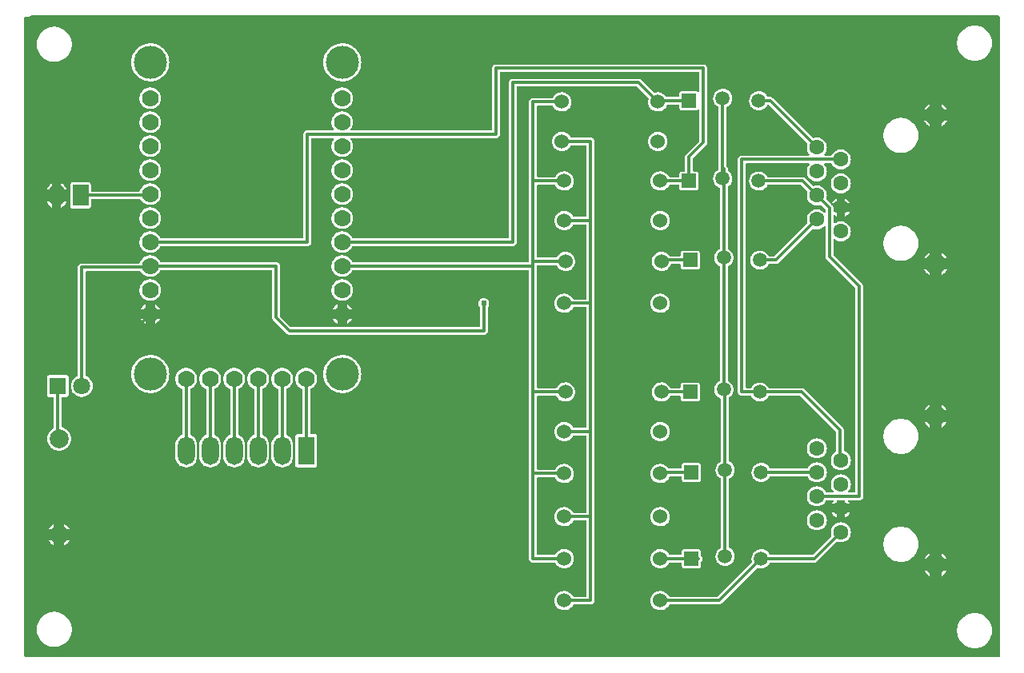
<source format=gbl>
G04 Layer: BottomLayer*
G04 EasyEDA v6.5.22, 2022-10-31 13:41:45*
G04 028e3914a6f949ed9ca799ef75e4ed4f,10*
G04 Gerber Generator version 0.2*
G04 Scale: 100 percent, Rotated: No, Reflected: No *
G04 Dimensions in inches *
G04 leading zeros omitted , absolute positions ,3 integer and 6 decimal *
%FSLAX36Y36*%
%MOIN*%

%ADD10C,0.0120*%
%ADD11C,0.0866*%
%ADD12C,0.0630*%
%ADD13C,0.1380*%
%ADD14C,0.0700*%
%ADD15R,0.0650X0.0906*%
%ADD16O,0.064961X0.09055099999999999*%
%ADD17C,0.0709*%
%ADD18R,0.0709X0.0709*%
%ADD19O,0.070866X0.11810999999999999*%
%ADD20R,0.0709X0.1181*%
%ADD21R,0.0591X0.0591*%
%ADD22C,0.0591*%
%ADD23C,0.0600*%
%ADD24C,0.0787*%
%ADD25C,0.0240*%
%ADD26C,0.0194*%

%LPD*%
G36*
X289800Y650000D02*
G01*
X288260Y650300D01*
X286960Y651180D01*
X286100Y652460D01*
X285800Y654000D01*
X285800Y3316000D01*
X286100Y3317540D01*
X286960Y3318820D01*
X288260Y3319700D01*
X289800Y3320000D01*
X308780Y3320000D01*
X309220Y3320120D01*
X309160Y3321540D01*
X309600Y3322900D01*
X310500Y3324020D01*
X311720Y3324740D01*
X313120Y3325000D01*
X4343340Y3325000D01*
X4344880Y3324700D01*
X4346180Y3323820D01*
X4348820Y3321180D01*
X4349700Y3319880D01*
X4350000Y3318340D01*
X4350000Y654000D01*
X4349700Y652460D01*
X4348820Y651180D01*
X4347540Y650300D01*
X4346000Y650000D01*
G37*

%LPC*%
G36*
X4241300Y686900D02*
G01*
X4248700Y686900D01*
X4256080Y687660D01*
X4263340Y689140D01*
X4270420Y691360D01*
X4277240Y694300D01*
X4283720Y697900D01*
X4289800Y702120D01*
X4295420Y706960D01*
X4300540Y712320D01*
X4305060Y718199D01*
X4309000Y724479D01*
X4312260Y731140D01*
X4314840Y738100D01*
X4316680Y745260D01*
X4317820Y752600D01*
X4318180Y760000D01*
X4317820Y767400D01*
X4316680Y774740D01*
X4314840Y781900D01*
X4312260Y788860D01*
X4309000Y795520D01*
X4305060Y801800D01*
X4300540Y807680D01*
X4295420Y813040D01*
X4289800Y817880D01*
X4283720Y822099D01*
X4277240Y825699D01*
X4270420Y828640D01*
X4263340Y830860D01*
X4256080Y832340D01*
X4248700Y833100D01*
X4241300Y833100D01*
X4233920Y832340D01*
X4226660Y830860D01*
X4219580Y828640D01*
X4212760Y825699D01*
X4206280Y822099D01*
X4200200Y817880D01*
X4194580Y813040D01*
X4189460Y807680D01*
X4184940Y801800D01*
X4181000Y795520D01*
X4177740Y788860D01*
X4175160Y781900D01*
X4173320Y774740D01*
X4172180Y767400D01*
X4171820Y760000D01*
X4172180Y752600D01*
X4173320Y745260D01*
X4175160Y738100D01*
X4177740Y731140D01*
X4181000Y724479D01*
X4184940Y718199D01*
X4189460Y712320D01*
X4194580Y706960D01*
X4200200Y702120D01*
X4206280Y697900D01*
X4212760Y694300D01*
X4219580Y691360D01*
X4226660Y689140D01*
X4233920Y687660D01*
G37*
G36*
X406300Y691900D02*
G01*
X413700Y691900D01*
X421079Y692660D01*
X428340Y694140D01*
X435420Y696360D01*
X442239Y699300D01*
X448720Y702900D01*
X454799Y707120D01*
X460420Y711960D01*
X465540Y717320D01*
X470060Y723199D01*
X474000Y729479D01*
X477260Y736140D01*
X479840Y743100D01*
X481680Y750260D01*
X482819Y757600D01*
X483180Y765000D01*
X482819Y772400D01*
X481680Y779740D01*
X479840Y786900D01*
X477260Y793860D01*
X474000Y800520D01*
X470060Y806800D01*
X465540Y812680D01*
X460420Y818040D01*
X454799Y822880D01*
X448720Y827099D01*
X442239Y830699D01*
X435420Y833640D01*
X428340Y835860D01*
X421079Y837340D01*
X413700Y838100D01*
X406300Y838100D01*
X398920Y837340D01*
X391659Y835860D01*
X384580Y833640D01*
X377760Y830699D01*
X371280Y827099D01*
X365200Y822880D01*
X359580Y818040D01*
X354460Y812680D01*
X349940Y806800D01*
X346000Y800520D01*
X342740Y793860D01*
X340160Y786900D01*
X338320Y779740D01*
X337180Y772400D01*
X336820Y765000D01*
X337180Y757600D01*
X338320Y750260D01*
X340160Y743100D01*
X342740Y736140D01*
X346000Y729479D01*
X349940Y723199D01*
X354460Y717320D01*
X359580Y711960D01*
X365200Y707120D01*
X371280Y702900D01*
X377760Y699300D01*
X384580Y696360D01*
X391659Y694140D01*
X398920Y692660D01*
G37*
G36*
X2933660Y844840D02*
G01*
X2939020Y845020D01*
X2944320Y845900D01*
X2949440Y847500D01*
X2954320Y849760D01*
X2958840Y852640D01*
X2962940Y856100D01*
X2966540Y860100D01*
X2969580Y864520D01*
X2970640Y866600D01*
X2971520Y867760D01*
X2972760Y868540D01*
X2974200Y868800D01*
X3179800Y868800D01*
X3183159Y869140D01*
X3186200Y870060D01*
X3188980Y871540D01*
X3191600Y873680D01*
X3339040Y1021140D01*
X3340160Y1021919D01*
X3341460Y1022280D01*
X3342820Y1022200D01*
X3348399Y1020840D01*
X3353680Y1020300D01*
X3358980Y1020480D01*
X3364200Y1021360D01*
X3369280Y1022940D01*
X3374080Y1025160D01*
X3378560Y1028020D01*
X3382620Y1031440D01*
X3386180Y1035380D01*
X3389180Y1039760D01*
X3390100Y1041600D01*
X3391000Y1042760D01*
X3392240Y1043540D01*
X3393680Y1043800D01*
X3577360Y1043800D01*
X3580720Y1044140D01*
X3583759Y1045060D01*
X3586540Y1046540D01*
X3589160Y1048680D01*
X3670100Y1129640D01*
X3671320Y1130480D01*
X3672760Y1130800D01*
X3674220Y1130600D01*
X3676760Y1129740D01*
X3682120Y1128660D01*
X3687559Y1128320D01*
X3693000Y1128660D01*
X3698340Y1129740D01*
X3703519Y1131480D01*
X3708399Y1133900D01*
X3712940Y1136920D01*
X3717040Y1140520D01*
X3720640Y1144620D01*
X3723660Y1149160D01*
X3726080Y1154040D01*
X3727820Y1159220D01*
X3728880Y1164560D01*
X3729240Y1170000D01*
X3728880Y1175440D01*
X3727820Y1180780D01*
X3726080Y1185960D01*
X3723660Y1190840D01*
X3720640Y1195380D01*
X3717040Y1199480D01*
X3712940Y1203080D01*
X3708399Y1206100D01*
X3703519Y1208520D01*
X3698340Y1210260D01*
X3693000Y1211340D01*
X3687559Y1211680D01*
X3682120Y1211340D01*
X3676760Y1210260D01*
X3671600Y1208520D01*
X3666720Y1206100D01*
X3662180Y1203080D01*
X3658080Y1199480D01*
X3654480Y1195380D01*
X3651460Y1190840D01*
X3649040Y1185960D01*
X3647300Y1180780D01*
X3646220Y1175440D01*
X3645880Y1170000D01*
X3646220Y1164560D01*
X3647300Y1159220D01*
X3648159Y1156660D01*
X3648360Y1155200D01*
X3648039Y1153760D01*
X3647200Y1152540D01*
X3572020Y1077380D01*
X3570720Y1076500D01*
X3569200Y1076200D01*
X3393680Y1076200D01*
X3392240Y1076460D01*
X3391000Y1077240D01*
X3390100Y1078400D01*
X3389180Y1080240D01*
X3386180Y1084620D01*
X3382620Y1088560D01*
X3378560Y1091980D01*
X3374080Y1094840D01*
X3369280Y1097060D01*
X3364200Y1098640D01*
X3358980Y1099520D01*
X3353680Y1099700D01*
X3348399Y1099160D01*
X3343240Y1097940D01*
X3338279Y1096020D01*
X3333620Y1093480D01*
X3329360Y1090340D01*
X3325539Y1086640D01*
X3322260Y1082480D01*
X3319560Y1077920D01*
X3317480Y1073020D01*
X3316080Y1067920D01*
X3315380Y1062660D01*
X3315380Y1057340D01*
X3316080Y1052080D01*
X3317200Y1047980D01*
X3317340Y1046580D01*
X3316980Y1045240D01*
X3316180Y1044080D01*
X3174460Y902380D01*
X3173159Y901500D01*
X3171640Y901200D01*
X2974200Y901200D01*
X2972760Y901460D01*
X2971520Y902240D01*
X2970640Y903400D01*
X2969580Y905480D01*
X2966540Y909900D01*
X2962940Y913900D01*
X2958840Y917360D01*
X2954320Y920240D01*
X2949440Y922500D01*
X2944320Y924100D01*
X2939020Y924980D01*
X2933660Y925160D01*
X2928320Y924640D01*
X2923100Y923379D01*
X2918080Y921460D01*
X2913380Y918880D01*
X2909060Y915699D01*
X2905200Y911960D01*
X2901860Y907740D01*
X2899120Y903120D01*
X2897040Y898180D01*
X2895620Y893000D01*
X2894900Y887680D01*
X2894900Y882320D01*
X2895620Y877000D01*
X2897040Y871820D01*
X2899120Y866880D01*
X2901860Y862260D01*
X2905200Y858040D01*
X2909060Y854300D01*
X2913380Y851120D01*
X2918080Y848540D01*
X2923100Y846620D01*
X2928320Y845360D01*
G37*
G36*
X2533660Y844840D02*
G01*
X2539020Y845020D01*
X2544320Y845900D01*
X2549440Y847500D01*
X2554320Y849760D01*
X2558840Y852640D01*
X2562940Y856100D01*
X2566540Y860100D01*
X2569580Y864520D01*
X2570640Y866600D01*
X2571520Y867760D01*
X2572760Y868540D01*
X2574200Y868800D01*
X2644800Y868800D01*
X2648159Y869140D01*
X2651200Y870060D01*
X2653980Y871540D01*
X2656440Y873560D01*
X2658460Y876020D01*
X2659940Y878800D01*
X2660860Y881840D01*
X2661200Y885200D01*
X2661200Y2119800D01*
X2660980Y2122900D01*
X2661200Y2125200D01*
X2661200Y2799800D01*
X2660860Y2803159D01*
X2659940Y2806200D01*
X2658460Y2808980D01*
X2656440Y2811440D01*
X2653980Y2813460D01*
X2651200Y2814940D01*
X2648159Y2815860D01*
X2644800Y2816200D01*
X2564200Y2816200D01*
X2562760Y2816460D01*
X2561520Y2817240D01*
X2560640Y2818399D01*
X2559580Y2820480D01*
X2556540Y2824900D01*
X2552940Y2828900D01*
X2548840Y2832360D01*
X2544320Y2835240D01*
X2539440Y2837500D01*
X2534320Y2839100D01*
X2529020Y2839980D01*
X2523660Y2840160D01*
X2518320Y2839640D01*
X2513100Y2838380D01*
X2508080Y2836460D01*
X2503380Y2833880D01*
X2499060Y2830700D01*
X2495200Y2826960D01*
X2491860Y2822740D01*
X2489120Y2818120D01*
X2487040Y2813180D01*
X2485620Y2808000D01*
X2484900Y2802679D01*
X2484900Y2797320D01*
X2485620Y2792000D01*
X2487040Y2786820D01*
X2489120Y2781880D01*
X2491860Y2777260D01*
X2495200Y2773039D01*
X2499060Y2769300D01*
X2503380Y2766120D01*
X2508080Y2763540D01*
X2513100Y2761620D01*
X2518320Y2760360D01*
X2523660Y2759840D01*
X2529020Y2760020D01*
X2534320Y2760899D01*
X2539440Y2762500D01*
X2544320Y2764760D01*
X2548840Y2767640D01*
X2552940Y2771100D01*
X2556540Y2775100D01*
X2559580Y2779520D01*
X2560640Y2781600D01*
X2561520Y2782760D01*
X2562760Y2783540D01*
X2564200Y2783800D01*
X2624800Y2783800D01*
X2626340Y2783500D01*
X2627620Y2782620D01*
X2628500Y2781340D01*
X2628800Y2779800D01*
X2628800Y2490200D01*
X2628500Y2488660D01*
X2627620Y2487380D01*
X2626340Y2486500D01*
X2624800Y2486200D01*
X2574200Y2486200D01*
X2572760Y2486460D01*
X2571520Y2487240D01*
X2570640Y2488400D01*
X2569580Y2490480D01*
X2566540Y2494900D01*
X2562940Y2498900D01*
X2558840Y2502360D01*
X2554320Y2505240D01*
X2549440Y2507500D01*
X2544320Y2509100D01*
X2539020Y2509980D01*
X2533660Y2510160D01*
X2528320Y2509640D01*
X2523100Y2508380D01*
X2518080Y2506460D01*
X2513380Y2503880D01*
X2509060Y2500700D01*
X2505200Y2496960D01*
X2501860Y2492740D01*
X2499120Y2488120D01*
X2497040Y2483180D01*
X2495620Y2478000D01*
X2494900Y2472680D01*
X2494900Y2467320D01*
X2495620Y2462000D01*
X2497040Y2456820D01*
X2499120Y2451880D01*
X2501860Y2447260D01*
X2505200Y2443040D01*
X2509060Y2439300D01*
X2513380Y2436120D01*
X2518080Y2433540D01*
X2523100Y2431620D01*
X2528320Y2430360D01*
X2533660Y2429840D01*
X2539020Y2430020D01*
X2544320Y2430900D01*
X2549440Y2432500D01*
X2554320Y2434760D01*
X2558840Y2437640D01*
X2562940Y2441100D01*
X2566540Y2445100D01*
X2569580Y2449520D01*
X2570640Y2451600D01*
X2571520Y2452760D01*
X2572760Y2453540D01*
X2574200Y2453800D01*
X2624800Y2453800D01*
X2626340Y2453500D01*
X2627620Y2452620D01*
X2628500Y2451340D01*
X2628800Y2449800D01*
X2628800Y2145200D01*
X2628500Y2143660D01*
X2627620Y2142380D01*
X2626340Y2141500D01*
X2624800Y2141200D01*
X2574200Y2141200D01*
X2572760Y2141460D01*
X2571520Y2142240D01*
X2570640Y2143400D01*
X2569580Y2145480D01*
X2566540Y2149900D01*
X2562940Y2153900D01*
X2558840Y2157360D01*
X2554320Y2160240D01*
X2549440Y2162500D01*
X2544320Y2164100D01*
X2539020Y2164980D01*
X2533660Y2165160D01*
X2528320Y2164640D01*
X2523100Y2163380D01*
X2518080Y2161460D01*
X2513380Y2158880D01*
X2509060Y2155700D01*
X2505200Y2151960D01*
X2501860Y2147740D01*
X2499120Y2143120D01*
X2497040Y2138180D01*
X2495620Y2133000D01*
X2494900Y2127680D01*
X2494900Y2122320D01*
X2495620Y2117000D01*
X2497040Y2111820D01*
X2499120Y2106880D01*
X2501860Y2102260D01*
X2505200Y2098040D01*
X2509060Y2094300D01*
X2513380Y2091120D01*
X2518080Y2088540D01*
X2523100Y2086620D01*
X2528320Y2085360D01*
X2533660Y2084840D01*
X2539020Y2085020D01*
X2544320Y2085900D01*
X2549440Y2087500D01*
X2554320Y2089760D01*
X2558840Y2092640D01*
X2562940Y2096100D01*
X2566540Y2100100D01*
X2569580Y2104520D01*
X2570640Y2106600D01*
X2571520Y2107760D01*
X2572760Y2108540D01*
X2574200Y2108800D01*
X2624800Y2108800D01*
X2626340Y2108500D01*
X2627620Y2107620D01*
X2628500Y2106340D01*
X2628800Y2104800D01*
X2628800Y1610200D01*
X2628500Y1608660D01*
X2627620Y1607380D01*
X2626340Y1606500D01*
X2624800Y1606200D01*
X2574200Y1606200D01*
X2572760Y1606459D01*
X2571520Y1607240D01*
X2570640Y1608400D01*
X2569580Y1610480D01*
X2566540Y1614900D01*
X2562940Y1618899D01*
X2558840Y1622360D01*
X2554320Y1625240D01*
X2549440Y1627500D01*
X2544320Y1629100D01*
X2539020Y1629980D01*
X2533660Y1630160D01*
X2528320Y1629640D01*
X2523100Y1628380D01*
X2518080Y1626459D01*
X2513380Y1623880D01*
X2509060Y1620700D01*
X2505200Y1616960D01*
X2501860Y1612740D01*
X2499120Y1608120D01*
X2497040Y1603180D01*
X2495620Y1598000D01*
X2494900Y1592680D01*
X2494900Y1587320D01*
X2495620Y1582000D01*
X2497040Y1576819D01*
X2499120Y1571879D01*
X2501860Y1567260D01*
X2505200Y1563040D01*
X2509060Y1559300D01*
X2513380Y1556120D01*
X2518080Y1553540D01*
X2523100Y1551620D01*
X2528320Y1550360D01*
X2533660Y1549840D01*
X2539020Y1550020D01*
X2544320Y1550900D01*
X2549440Y1552500D01*
X2554320Y1554760D01*
X2558840Y1557640D01*
X2562940Y1561100D01*
X2566540Y1565100D01*
X2569580Y1569520D01*
X2570640Y1571600D01*
X2571520Y1572760D01*
X2572760Y1573540D01*
X2574200Y1573800D01*
X2624800Y1573800D01*
X2626340Y1573500D01*
X2627620Y1572620D01*
X2628500Y1571339D01*
X2628800Y1569800D01*
X2628800Y1255200D01*
X2628500Y1253660D01*
X2627620Y1252380D01*
X2626340Y1251500D01*
X2624800Y1251200D01*
X2574200Y1251200D01*
X2572760Y1251460D01*
X2571520Y1252240D01*
X2570640Y1253400D01*
X2569580Y1255480D01*
X2566540Y1259900D01*
X2562940Y1263900D01*
X2558840Y1267360D01*
X2554320Y1270240D01*
X2549440Y1272500D01*
X2544320Y1274100D01*
X2539020Y1274980D01*
X2533660Y1275160D01*
X2528320Y1274640D01*
X2523100Y1273380D01*
X2518080Y1271460D01*
X2513380Y1268880D01*
X2509060Y1265700D01*
X2505200Y1261960D01*
X2501860Y1257740D01*
X2499120Y1253120D01*
X2497040Y1248180D01*
X2495620Y1243000D01*
X2494900Y1237680D01*
X2494900Y1232320D01*
X2495620Y1227000D01*
X2497040Y1221820D01*
X2499120Y1216880D01*
X2501860Y1212260D01*
X2505200Y1208040D01*
X2509060Y1204300D01*
X2513380Y1201120D01*
X2518080Y1198540D01*
X2523100Y1196620D01*
X2528320Y1195360D01*
X2533660Y1194840D01*
X2539020Y1195020D01*
X2544320Y1195900D01*
X2549440Y1197500D01*
X2554320Y1199760D01*
X2558840Y1202640D01*
X2562940Y1206100D01*
X2566540Y1210100D01*
X2569580Y1214520D01*
X2570640Y1216600D01*
X2571520Y1217760D01*
X2572760Y1218540D01*
X2574200Y1218800D01*
X2624800Y1218800D01*
X2626340Y1218500D01*
X2627620Y1217620D01*
X2628500Y1216340D01*
X2628800Y1214800D01*
X2628800Y905200D01*
X2628500Y903660D01*
X2627620Y902380D01*
X2626340Y901500D01*
X2624800Y901200D01*
X2574200Y901200D01*
X2572760Y901460D01*
X2571520Y902240D01*
X2570640Y903400D01*
X2569580Y905480D01*
X2566540Y909900D01*
X2562940Y913900D01*
X2558840Y917360D01*
X2554320Y920240D01*
X2549440Y922500D01*
X2544320Y924100D01*
X2539020Y924980D01*
X2533660Y925160D01*
X2528320Y924640D01*
X2523100Y923379D01*
X2518080Y921460D01*
X2513380Y918880D01*
X2509060Y915699D01*
X2505200Y911960D01*
X2501860Y907740D01*
X2499120Y903120D01*
X2497040Y898180D01*
X2495620Y893000D01*
X2494900Y887680D01*
X2494900Y882320D01*
X2495620Y877000D01*
X2497040Y871820D01*
X2499120Y866880D01*
X2501860Y862260D01*
X2505200Y858040D01*
X2509060Y854300D01*
X2513380Y851120D01*
X2518080Y848540D01*
X2523100Y846620D01*
X2528320Y845360D01*
G37*
G36*
X4058279Y987240D02*
G01*
X4058279Y1010800D01*
X4034800Y1010800D01*
X4036100Y1008220D01*
X4039520Y1003020D01*
X4043519Y998240D01*
X4048060Y993980D01*
X4053039Y990260D01*
G37*
G36*
X4106600Y987240D02*
G01*
X4111840Y990260D01*
X4116840Y993980D01*
X4121360Y998240D01*
X4125360Y1003020D01*
X4128780Y1008220D01*
X4130080Y1010800D01*
X4106600Y1010800D01*
G37*
G36*
X2933660Y1019840D02*
G01*
X2939020Y1020020D01*
X2944320Y1020900D01*
X2949440Y1022500D01*
X2954320Y1024760D01*
X2958840Y1027640D01*
X2962940Y1031100D01*
X2966540Y1035100D01*
X2969580Y1039520D01*
X2970640Y1041600D01*
X2971520Y1042760D01*
X2972760Y1043540D01*
X2974200Y1043800D01*
X3021280Y1043800D01*
X3022799Y1043500D01*
X3024100Y1042620D01*
X3024960Y1041340D01*
X3025280Y1039800D01*
X3025280Y1030699D01*
X3025560Y1028199D01*
X3026300Y1026060D01*
X3027520Y1024120D01*
X3029120Y1022520D01*
X3031060Y1021300D01*
X3033200Y1020560D01*
X3035700Y1020280D01*
X3094300Y1020280D01*
X3096800Y1020560D01*
X3098940Y1021300D01*
X3100880Y1022520D01*
X3102480Y1024120D01*
X3103700Y1026060D01*
X3104440Y1028199D01*
X3104720Y1030699D01*
X3104720Y1045260D01*
X3105120Y1046979D01*
X3108460Y1051020D01*
X3109940Y1053800D01*
X3110860Y1056840D01*
X3111180Y1060000D01*
X3110860Y1063160D01*
X3109940Y1066200D01*
X3108460Y1068980D01*
X3105120Y1073020D01*
X3104720Y1074740D01*
X3104720Y1089300D01*
X3104440Y1091800D01*
X3103700Y1093940D01*
X3102480Y1095880D01*
X3100880Y1097480D01*
X3098940Y1098700D01*
X3096800Y1099440D01*
X3094300Y1099720D01*
X3035700Y1099720D01*
X3033200Y1099440D01*
X3031060Y1098700D01*
X3029120Y1097480D01*
X3027520Y1095880D01*
X3026300Y1093940D01*
X3025560Y1091800D01*
X3025280Y1089300D01*
X3025280Y1080200D01*
X3024960Y1078660D01*
X3024100Y1077380D01*
X3022799Y1076500D01*
X3021280Y1076200D01*
X2974200Y1076200D01*
X2972760Y1076460D01*
X2971520Y1077240D01*
X2970640Y1078400D01*
X2969580Y1080480D01*
X2966540Y1084900D01*
X2962940Y1088900D01*
X2958840Y1092360D01*
X2954320Y1095240D01*
X2949440Y1097500D01*
X2944320Y1099100D01*
X2939020Y1099980D01*
X2933660Y1100160D01*
X2928320Y1099640D01*
X2923100Y1098380D01*
X2918080Y1096460D01*
X2913380Y1093880D01*
X2909060Y1090700D01*
X2905200Y1086960D01*
X2901860Y1082740D01*
X2899120Y1078120D01*
X2897040Y1073180D01*
X2895620Y1068000D01*
X2894900Y1062680D01*
X2894900Y1057320D01*
X2895620Y1052000D01*
X2897040Y1046820D01*
X2899120Y1041880D01*
X2901860Y1037260D01*
X2905200Y1033040D01*
X2909060Y1029300D01*
X2913380Y1026120D01*
X2918080Y1023540D01*
X2923100Y1021620D01*
X2928320Y1020360D01*
G37*
G36*
X2533660Y1019840D02*
G01*
X2539020Y1020020D01*
X2544320Y1020900D01*
X2549440Y1022500D01*
X2554320Y1024760D01*
X2558840Y1027640D01*
X2562940Y1031100D01*
X2566540Y1035100D01*
X2569580Y1039520D01*
X2572000Y1044300D01*
X2573759Y1049380D01*
X2574840Y1054640D01*
X2575200Y1060000D01*
X2574840Y1065360D01*
X2573759Y1070620D01*
X2572000Y1075700D01*
X2569580Y1080480D01*
X2566540Y1084900D01*
X2562940Y1088900D01*
X2558840Y1092360D01*
X2554320Y1095240D01*
X2549440Y1097500D01*
X2544320Y1099100D01*
X2539020Y1099980D01*
X2533660Y1100160D01*
X2528320Y1099640D01*
X2523100Y1098380D01*
X2518080Y1096460D01*
X2513380Y1093880D01*
X2509060Y1090700D01*
X2505200Y1086960D01*
X2501860Y1082740D01*
X2499140Y1078160D01*
X2498260Y1077120D01*
X2497060Y1076440D01*
X2495700Y1076200D01*
X2425200Y1076200D01*
X2423660Y1076500D01*
X2422380Y1077380D01*
X2421500Y1078660D01*
X2421200Y1080200D01*
X2421200Y1394800D01*
X2421500Y1396339D01*
X2422380Y1397620D01*
X2423660Y1398500D01*
X2425200Y1398800D01*
X2495700Y1398800D01*
X2497060Y1398560D01*
X2498260Y1397880D01*
X2499140Y1396840D01*
X2501860Y1392260D01*
X2505200Y1388040D01*
X2509060Y1384300D01*
X2513380Y1381120D01*
X2518080Y1378540D01*
X2523100Y1376620D01*
X2528320Y1375360D01*
X2533660Y1374840D01*
X2539020Y1375020D01*
X2544320Y1375900D01*
X2549440Y1377500D01*
X2554320Y1379760D01*
X2558840Y1382640D01*
X2562940Y1386100D01*
X2566540Y1390100D01*
X2569580Y1394520D01*
X2572000Y1399300D01*
X2573759Y1404379D01*
X2574840Y1409640D01*
X2575200Y1415000D01*
X2574840Y1420360D01*
X2573759Y1425620D01*
X2572000Y1430700D01*
X2569580Y1435480D01*
X2566540Y1439900D01*
X2562940Y1443899D01*
X2558840Y1447360D01*
X2554320Y1450240D01*
X2549440Y1452500D01*
X2544320Y1454100D01*
X2539020Y1454980D01*
X2533660Y1455160D01*
X2528320Y1454640D01*
X2523100Y1453380D01*
X2518080Y1451459D01*
X2513380Y1448880D01*
X2509060Y1445700D01*
X2505200Y1441960D01*
X2501860Y1437740D01*
X2499140Y1433160D01*
X2498260Y1432120D01*
X2497060Y1431440D01*
X2495700Y1431200D01*
X2425200Y1431200D01*
X2423660Y1431500D01*
X2422380Y1432380D01*
X2421500Y1433660D01*
X2421200Y1435200D01*
X2421200Y1734800D01*
X2421500Y1736339D01*
X2422380Y1737620D01*
X2423660Y1738500D01*
X2425200Y1738800D01*
X2500700Y1738800D01*
X2502060Y1738560D01*
X2503260Y1737880D01*
X2504140Y1736840D01*
X2506860Y1732260D01*
X2510200Y1728040D01*
X2514060Y1724300D01*
X2518380Y1721120D01*
X2523080Y1718540D01*
X2528100Y1716620D01*
X2533320Y1715360D01*
X2538660Y1714840D01*
X2544020Y1715020D01*
X2549320Y1715900D01*
X2554440Y1717500D01*
X2559320Y1719760D01*
X2563840Y1722640D01*
X2567940Y1726100D01*
X2571540Y1730100D01*
X2574580Y1734520D01*
X2577000Y1739300D01*
X2578759Y1744379D01*
X2579840Y1749640D01*
X2580200Y1755000D01*
X2579840Y1760360D01*
X2578759Y1765620D01*
X2577000Y1770700D01*
X2574580Y1775480D01*
X2571540Y1779900D01*
X2567940Y1783899D01*
X2563840Y1787360D01*
X2559320Y1790240D01*
X2554440Y1792500D01*
X2549320Y1794100D01*
X2544020Y1794980D01*
X2538660Y1795160D01*
X2533320Y1794640D01*
X2528100Y1793380D01*
X2523080Y1791459D01*
X2518380Y1788880D01*
X2514060Y1785700D01*
X2510200Y1781960D01*
X2506860Y1777740D01*
X2504140Y1773160D01*
X2503260Y1772120D01*
X2502060Y1771440D01*
X2500700Y1771200D01*
X2425200Y1771200D01*
X2423660Y1771500D01*
X2422380Y1772380D01*
X2421500Y1773660D01*
X2421200Y1775200D01*
X2421200Y2279800D01*
X2421500Y2281340D01*
X2422380Y2282620D01*
X2423660Y2283500D01*
X2425200Y2283800D01*
X2500700Y2283800D01*
X2502060Y2283560D01*
X2503260Y2282880D01*
X2504140Y2281840D01*
X2506860Y2277260D01*
X2510200Y2273040D01*
X2514060Y2269300D01*
X2518380Y2266120D01*
X2523080Y2263540D01*
X2528100Y2261620D01*
X2533320Y2260360D01*
X2538660Y2259840D01*
X2544020Y2260020D01*
X2549320Y2260900D01*
X2554440Y2262500D01*
X2559320Y2264760D01*
X2563840Y2267640D01*
X2567940Y2271100D01*
X2571540Y2275100D01*
X2574580Y2279520D01*
X2577000Y2284300D01*
X2578759Y2289380D01*
X2579840Y2294640D01*
X2580200Y2300000D01*
X2579840Y2305360D01*
X2578759Y2310620D01*
X2577000Y2315700D01*
X2574580Y2320480D01*
X2571540Y2324900D01*
X2567940Y2328900D01*
X2563840Y2332360D01*
X2559320Y2335240D01*
X2554440Y2337500D01*
X2549320Y2339100D01*
X2544020Y2339980D01*
X2538660Y2340160D01*
X2533320Y2339640D01*
X2528100Y2338380D01*
X2523080Y2336460D01*
X2518380Y2333880D01*
X2514060Y2330700D01*
X2510200Y2326960D01*
X2506860Y2322740D01*
X2504140Y2318160D01*
X2503260Y2317120D01*
X2502060Y2316440D01*
X2500700Y2316200D01*
X2425200Y2316200D01*
X2423660Y2316500D01*
X2422380Y2317380D01*
X2421500Y2318660D01*
X2421200Y2320200D01*
X2421200Y2614800D01*
X2421500Y2616340D01*
X2422380Y2617620D01*
X2423660Y2618500D01*
X2425200Y2618800D01*
X2495700Y2618800D01*
X2497060Y2618560D01*
X2498260Y2617880D01*
X2499140Y2616840D01*
X2501860Y2612260D01*
X2505200Y2608039D01*
X2509060Y2604300D01*
X2513380Y2601120D01*
X2518080Y2598540D01*
X2523100Y2596620D01*
X2528320Y2595360D01*
X2533660Y2594840D01*
X2539020Y2595020D01*
X2544320Y2595899D01*
X2549440Y2597500D01*
X2554320Y2599760D01*
X2558840Y2602640D01*
X2562940Y2606100D01*
X2566540Y2610100D01*
X2569580Y2614520D01*
X2572000Y2619300D01*
X2573759Y2624380D01*
X2574840Y2629640D01*
X2575200Y2635000D01*
X2574840Y2640360D01*
X2573759Y2645620D01*
X2572000Y2650700D01*
X2569580Y2655480D01*
X2566540Y2659900D01*
X2562940Y2663900D01*
X2558840Y2667360D01*
X2554320Y2670240D01*
X2549440Y2672500D01*
X2544320Y2674100D01*
X2539020Y2674980D01*
X2533660Y2675160D01*
X2528320Y2674640D01*
X2523100Y2673380D01*
X2518080Y2671460D01*
X2513380Y2668880D01*
X2509060Y2665700D01*
X2505200Y2661960D01*
X2501860Y2657740D01*
X2499140Y2653159D01*
X2498260Y2652120D01*
X2497060Y2651440D01*
X2495700Y2651200D01*
X2425200Y2651200D01*
X2423660Y2651500D01*
X2422380Y2652380D01*
X2421500Y2653660D01*
X2421200Y2655200D01*
X2421200Y2944800D01*
X2421500Y2946340D01*
X2422380Y2947620D01*
X2423660Y2948500D01*
X2425200Y2948800D01*
X2485700Y2948800D01*
X2487060Y2948560D01*
X2488260Y2947880D01*
X2489140Y2946840D01*
X2491860Y2942260D01*
X2495200Y2938039D01*
X2499060Y2934300D01*
X2503380Y2931120D01*
X2508080Y2928540D01*
X2513100Y2926620D01*
X2518320Y2925360D01*
X2523660Y2924840D01*
X2529020Y2925020D01*
X2534320Y2925899D01*
X2539440Y2927500D01*
X2544320Y2929760D01*
X2548840Y2932640D01*
X2552940Y2936100D01*
X2556540Y2940100D01*
X2559580Y2944520D01*
X2562000Y2949300D01*
X2563759Y2954380D01*
X2564840Y2959640D01*
X2565200Y2965000D01*
X2564840Y2970360D01*
X2563759Y2975620D01*
X2562000Y2980700D01*
X2559580Y2985480D01*
X2556540Y2989900D01*
X2552940Y2993900D01*
X2548840Y2997360D01*
X2544320Y3000240D01*
X2539440Y3002500D01*
X2534320Y3004100D01*
X2529020Y3004980D01*
X2523660Y3005160D01*
X2518320Y3004640D01*
X2513100Y3003380D01*
X2508080Y3001460D01*
X2503380Y2998880D01*
X2499060Y2995700D01*
X2495200Y2991960D01*
X2491860Y2987740D01*
X2489140Y2983159D01*
X2488260Y2982120D01*
X2487060Y2981440D01*
X2485700Y2981200D01*
X2405200Y2981200D01*
X2401840Y2980860D01*
X2398800Y2979940D01*
X2396020Y2978460D01*
X2393560Y2976440D01*
X2391540Y2973980D01*
X2390060Y2971200D01*
X2389140Y2968159D01*
X2388800Y2964800D01*
X2388800Y2299060D01*
X2388500Y2297520D01*
X2387620Y2296220D01*
X2386340Y2295360D01*
X2384800Y2295060D01*
X1655300Y2295060D01*
X1653839Y2295340D01*
X1652560Y2296140D01*
X1651680Y2297340D01*
X1649600Y2301780D01*
X1646560Y2306560D01*
X1642940Y2310940D01*
X1638800Y2314820D01*
X1634220Y2318160D01*
X1629240Y2320900D01*
X1623959Y2322980D01*
X1618460Y2324400D01*
X1612840Y2325100D01*
X1607160Y2325100D01*
X1601540Y2324400D01*
X1596040Y2322980D01*
X1590760Y2320900D01*
X1585780Y2318160D01*
X1581200Y2314820D01*
X1577060Y2310940D01*
X1573440Y2306560D01*
X1570400Y2301780D01*
X1567980Y2296640D01*
X1566220Y2291240D01*
X1565160Y2285660D01*
X1564800Y2280000D01*
X1565160Y2274340D01*
X1566220Y2268760D01*
X1567980Y2263360D01*
X1570400Y2258220D01*
X1573440Y2253440D01*
X1577060Y2249060D01*
X1581200Y2245180D01*
X1585780Y2241840D01*
X1590760Y2239100D01*
X1596040Y2237020D01*
X1601540Y2235600D01*
X1607160Y2234900D01*
X1612840Y2234900D01*
X1618460Y2235600D01*
X1623959Y2237020D01*
X1629240Y2239100D01*
X1634220Y2241840D01*
X1638800Y2245180D01*
X1642940Y2249060D01*
X1646560Y2253440D01*
X1649600Y2258220D01*
X1650600Y2260360D01*
X1651480Y2261560D01*
X1652740Y2262380D01*
X1654220Y2262660D01*
X2384800Y2262660D01*
X2386340Y2262340D01*
X2387620Y2261480D01*
X2388500Y2260180D01*
X2388800Y2258660D01*
X2388800Y1060200D01*
X2389140Y1056840D01*
X2390060Y1053800D01*
X2391540Y1051020D01*
X2393560Y1048560D01*
X2396020Y1046540D01*
X2398800Y1045060D01*
X2401840Y1044140D01*
X2405200Y1043800D01*
X2495700Y1043800D01*
X2497060Y1043560D01*
X2498260Y1042880D01*
X2499140Y1041840D01*
X2501860Y1037260D01*
X2505200Y1033040D01*
X2509060Y1029300D01*
X2513380Y1026120D01*
X2518080Y1023540D01*
X2523100Y1021620D01*
X2528320Y1020360D01*
G37*
G36*
X3203680Y1030300D02*
G01*
X3208980Y1030480D01*
X3214200Y1031360D01*
X3219280Y1032940D01*
X3224080Y1035160D01*
X3228560Y1038020D01*
X3232620Y1041440D01*
X3236180Y1045380D01*
X3239180Y1049760D01*
X3241560Y1054500D01*
X3243300Y1059500D01*
X3244360Y1064700D01*
X3244720Y1070000D01*
X3244360Y1075300D01*
X3243300Y1080500D01*
X3241560Y1085500D01*
X3239180Y1090240D01*
X3236180Y1094620D01*
X3232620Y1098560D01*
X3228560Y1101980D01*
X3222300Y1105980D01*
X3221480Y1107240D01*
X3221200Y1108720D01*
X3221200Y1391279D01*
X3221480Y1392760D01*
X3222300Y1394019D01*
X3228560Y1398020D01*
X3232620Y1401440D01*
X3236180Y1405380D01*
X3239180Y1409760D01*
X3241560Y1414500D01*
X3243300Y1419500D01*
X3244360Y1424700D01*
X3244720Y1430000D01*
X3244360Y1435300D01*
X3243300Y1440500D01*
X3241560Y1445500D01*
X3239180Y1450240D01*
X3236180Y1454620D01*
X3232620Y1458560D01*
X3228560Y1461980D01*
X3222300Y1465980D01*
X3221480Y1467240D01*
X3221200Y1468720D01*
X3221200Y1729319D01*
X3221420Y1730640D01*
X3222060Y1731800D01*
X3227620Y1736440D01*
X3231180Y1740380D01*
X3234180Y1744760D01*
X3236560Y1749500D01*
X3238300Y1754500D01*
X3239360Y1759700D01*
X3239720Y1765000D01*
X3239360Y1770300D01*
X3238300Y1775500D01*
X3236560Y1780500D01*
X3234180Y1785240D01*
X3231180Y1789620D01*
X3227620Y1793560D01*
X3223560Y1796980D01*
X3217300Y1800980D01*
X3216480Y1802240D01*
X3216200Y1803720D01*
X3216200Y2276280D01*
X3216480Y2277760D01*
X3217300Y2279020D01*
X3223560Y2283020D01*
X3227620Y2286440D01*
X3231180Y2290380D01*
X3234180Y2294760D01*
X3236560Y2299500D01*
X3238300Y2304500D01*
X3239360Y2309700D01*
X3239720Y2315000D01*
X3239360Y2320300D01*
X3238300Y2325500D01*
X3236560Y2330500D01*
X3234180Y2335240D01*
X3231180Y2339620D01*
X3227620Y2343560D01*
X3223560Y2346980D01*
X3217300Y2350980D01*
X3216480Y2352240D01*
X3216200Y2353720D01*
X3216200Y2609320D01*
X3216420Y2610640D01*
X3217060Y2611800D01*
X3222620Y2616440D01*
X3226180Y2620380D01*
X3229180Y2624760D01*
X3231560Y2629500D01*
X3233300Y2634500D01*
X3234360Y2639700D01*
X3234720Y2645000D01*
X3234360Y2650299D01*
X3233300Y2655500D01*
X3231560Y2660500D01*
X3229180Y2665240D01*
X3226180Y2669620D01*
X3222620Y2673560D01*
X3217060Y2678200D01*
X3216420Y2679360D01*
X3216200Y2680680D01*
X3216200Y2684800D01*
X3215860Y2688159D01*
X3214940Y2691200D01*
X3213460Y2693980D01*
X3212100Y2695620D01*
X3211440Y2696820D01*
X3211200Y2698159D01*
X3211200Y2941280D01*
X3211480Y2942760D01*
X3212300Y2944020D01*
X3218560Y2948020D01*
X3222620Y2951440D01*
X3226180Y2955380D01*
X3229180Y2959760D01*
X3231560Y2964500D01*
X3233300Y2969500D01*
X3234360Y2974700D01*
X3234720Y2980000D01*
X3234360Y2985299D01*
X3233300Y2990500D01*
X3231560Y2995500D01*
X3229180Y3000240D01*
X3226180Y3004620D01*
X3222620Y3008560D01*
X3218560Y3011980D01*
X3214080Y3014840D01*
X3209280Y3017060D01*
X3204200Y3018639D01*
X3198980Y3019520D01*
X3193680Y3019700D01*
X3188399Y3019160D01*
X3183240Y3017940D01*
X3178279Y3016019D01*
X3173620Y3013480D01*
X3169360Y3010340D01*
X3165539Y3006640D01*
X3162260Y3002480D01*
X3159560Y2997919D01*
X3157480Y2993020D01*
X3156080Y2987919D01*
X3155380Y2982660D01*
X3155380Y2977340D01*
X3156080Y2972080D01*
X3157480Y2966980D01*
X3159560Y2962080D01*
X3162260Y2957520D01*
X3165539Y2953360D01*
X3169360Y2949660D01*
X3173620Y2946520D01*
X3176720Y2944820D01*
X3177820Y2943940D01*
X3178540Y2942720D01*
X3178800Y2941320D01*
X3178800Y2683680D01*
X3178540Y2682280D01*
X3177820Y2681060D01*
X3176720Y2680179D01*
X3173620Y2678480D01*
X3169360Y2675340D01*
X3165539Y2671640D01*
X3162260Y2667480D01*
X3159560Y2662919D01*
X3157480Y2658020D01*
X3156080Y2652919D01*
X3155380Y2647660D01*
X3155380Y2642340D01*
X3156080Y2637080D01*
X3157480Y2631980D01*
X3159560Y2627080D01*
X3162260Y2622520D01*
X3165539Y2618360D01*
X3169360Y2614660D01*
X3173620Y2611520D01*
X3178279Y2608980D01*
X3181240Y2607840D01*
X3182580Y2606980D01*
X3183480Y2605659D01*
X3183800Y2604100D01*
X3183800Y2353680D01*
X3183540Y2352280D01*
X3182820Y2351060D01*
X3181720Y2350180D01*
X3178620Y2348480D01*
X3174360Y2345340D01*
X3170539Y2341640D01*
X3167260Y2337480D01*
X3164560Y2332920D01*
X3162480Y2328020D01*
X3161080Y2322920D01*
X3160380Y2317660D01*
X3160380Y2312340D01*
X3161080Y2307080D01*
X3162480Y2301980D01*
X3164560Y2297080D01*
X3167260Y2292520D01*
X3170539Y2288360D01*
X3174360Y2284660D01*
X3178620Y2281520D01*
X3181720Y2279820D01*
X3182820Y2278940D01*
X3183540Y2277720D01*
X3183800Y2276320D01*
X3183800Y1803680D01*
X3183540Y1802280D01*
X3182820Y1801060D01*
X3181720Y1800180D01*
X3178620Y1798480D01*
X3174360Y1795340D01*
X3170539Y1791639D01*
X3167260Y1787480D01*
X3164560Y1782920D01*
X3162480Y1778020D01*
X3161080Y1772920D01*
X3160380Y1767660D01*
X3160380Y1762340D01*
X3161080Y1757080D01*
X3162480Y1751980D01*
X3164560Y1747080D01*
X3167260Y1742520D01*
X3170539Y1738360D01*
X3174360Y1734660D01*
X3178620Y1731519D01*
X3183279Y1728980D01*
X3186240Y1727840D01*
X3187580Y1726980D01*
X3188480Y1725660D01*
X3188800Y1724100D01*
X3188800Y1468680D01*
X3188540Y1467280D01*
X3187820Y1466060D01*
X3186720Y1465180D01*
X3183620Y1463480D01*
X3179360Y1460340D01*
X3175539Y1456639D01*
X3172260Y1452480D01*
X3169560Y1447920D01*
X3167480Y1443020D01*
X3166080Y1437920D01*
X3165380Y1432660D01*
X3165380Y1427340D01*
X3166080Y1422080D01*
X3167480Y1416980D01*
X3169560Y1412080D01*
X3172260Y1407520D01*
X3175539Y1403360D01*
X3179360Y1399660D01*
X3183620Y1396519D01*
X3186720Y1394820D01*
X3187820Y1393940D01*
X3188540Y1392720D01*
X3188800Y1391320D01*
X3188800Y1108680D01*
X3188540Y1107280D01*
X3187820Y1106060D01*
X3186720Y1105180D01*
X3183620Y1103480D01*
X3179360Y1100340D01*
X3175539Y1096640D01*
X3172260Y1092480D01*
X3169560Y1087920D01*
X3167480Y1083020D01*
X3166080Y1077920D01*
X3165380Y1072660D01*
X3165380Y1067340D01*
X3166080Y1062080D01*
X3167480Y1056980D01*
X3169560Y1052080D01*
X3172260Y1047520D01*
X3175539Y1043360D01*
X3179360Y1039659D01*
X3183620Y1036520D01*
X3188279Y1033980D01*
X3193240Y1032060D01*
X3198399Y1030840D01*
G37*
G36*
X3933860Y1046900D02*
G01*
X3941259Y1046900D01*
X3948639Y1047660D01*
X3955899Y1049140D01*
X3962980Y1051360D01*
X3969800Y1054300D01*
X3976280Y1057900D01*
X3982360Y1062120D01*
X3987980Y1066960D01*
X3993100Y1072320D01*
X3997620Y1078200D01*
X4001540Y1084480D01*
X4004820Y1091140D01*
X4007380Y1098100D01*
X4009240Y1105260D01*
X4010380Y1112600D01*
X4010740Y1120000D01*
X4010380Y1127400D01*
X4009240Y1134740D01*
X4007380Y1141900D01*
X4004820Y1148860D01*
X4001540Y1155520D01*
X3997620Y1161800D01*
X3993100Y1167680D01*
X3987980Y1173040D01*
X3982360Y1177880D01*
X3976280Y1182100D01*
X3969800Y1185700D01*
X3962980Y1188640D01*
X3955899Y1190860D01*
X3948639Y1192340D01*
X3941259Y1193100D01*
X3933860Y1193100D01*
X3926480Y1192340D01*
X3919220Y1190860D01*
X3912140Y1188640D01*
X3905320Y1185700D01*
X3898840Y1182100D01*
X3892760Y1177880D01*
X3887140Y1173040D01*
X3882020Y1167680D01*
X3877480Y1161800D01*
X3873560Y1155520D01*
X3870299Y1148860D01*
X3867720Y1141900D01*
X3865880Y1134740D01*
X3864740Y1127400D01*
X3864380Y1120000D01*
X3864740Y1112600D01*
X3865880Y1105260D01*
X3867720Y1098100D01*
X3870299Y1091140D01*
X3873560Y1084480D01*
X3877480Y1078200D01*
X3882020Y1072320D01*
X3887140Y1066960D01*
X3892760Y1062120D01*
X3898840Y1057900D01*
X3905320Y1054300D01*
X3912140Y1051360D01*
X3919220Y1049140D01*
X3926480Y1047660D01*
G37*
G36*
X4106600Y1059120D02*
G01*
X4130080Y1059120D01*
X4128780Y1061720D01*
X4125360Y1066900D01*
X4121360Y1071680D01*
X4116840Y1075940D01*
X4111840Y1079660D01*
X4106600Y1082680D01*
G37*
G36*
X4034800Y1059120D02*
G01*
X4058279Y1059120D01*
X4058279Y1082680D01*
X4053039Y1079660D01*
X4048060Y1075940D01*
X4043519Y1071680D01*
X4039520Y1066900D01*
X4036100Y1061720D01*
G37*
G36*
X452180Y1115740D02*
G01*
X453040Y1116120D01*
X458160Y1119220D01*
X462860Y1122900D01*
X467100Y1127140D01*
X470780Y1131840D01*
X473880Y1136960D01*
X474260Y1137820D01*
X452180Y1137820D01*
G37*
G36*
X407819Y1115740D02*
G01*
X407819Y1137820D01*
X385740Y1137820D01*
X386120Y1136960D01*
X389219Y1131840D01*
X392900Y1127140D01*
X397140Y1122900D01*
X401840Y1119220D01*
X406960Y1116120D01*
G37*
G36*
X3587559Y1178320D02*
G01*
X3593000Y1178660D01*
X3598340Y1179740D01*
X3603519Y1181480D01*
X3608399Y1183900D01*
X3612940Y1186920D01*
X3617040Y1190520D01*
X3620640Y1194620D01*
X3623660Y1199160D01*
X3626080Y1204040D01*
X3627820Y1209220D01*
X3628880Y1214560D01*
X3629240Y1220000D01*
X3628880Y1225440D01*
X3627820Y1230780D01*
X3626080Y1235960D01*
X3623660Y1240840D01*
X3620640Y1245380D01*
X3617040Y1249480D01*
X3612940Y1253080D01*
X3608399Y1256100D01*
X3603519Y1258520D01*
X3598340Y1260260D01*
X3593000Y1261340D01*
X3587559Y1261680D01*
X3582120Y1261340D01*
X3576760Y1260260D01*
X3571600Y1258520D01*
X3566720Y1256100D01*
X3562180Y1253080D01*
X3558080Y1249480D01*
X3554480Y1245380D01*
X3551460Y1240840D01*
X3549040Y1235960D01*
X3547300Y1230780D01*
X3546220Y1225440D01*
X3545880Y1220000D01*
X3546220Y1214560D01*
X3547300Y1209220D01*
X3549040Y1204040D01*
X3551460Y1199160D01*
X3554480Y1194620D01*
X3558080Y1190520D01*
X3562180Y1186920D01*
X3566720Y1183900D01*
X3571600Y1181480D01*
X3576760Y1179740D01*
X3582120Y1178660D01*
G37*
G36*
X452180Y1182180D02*
G01*
X474260Y1182180D01*
X473880Y1183040D01*
X470780Y1188160D01*
X467100Y1192860D01*
X462860Y1197100D01*
X458160Y1200780D01*
X453040Y1203880D01*
X452180Y1204260D01*
G37*
G36*
X385740Y1182180D02*
G01*
X407819Y1182180D01*
X407819Y1204260D01*
X406960Y1203880D01*
X401840Y1200780D01*
X397140Y1197100D01*
X392900Y1192860D01*
X389219Y1188160D01*
X386120Y1183040D01*
G37*
G36*
X2933660Y1194840D02*
G01*
X2939020Y1195020D01*
X2944320Y1195900D01*
X2949440Y1197500D01*
X2954320Y1199760D01*
X2958840Y1202640D01*
X2962940Y1206100D01*
X2966540Y1210100D01*
X2969580Y1214520D01*
X2972000Y1219300D01*
X2973759Y1224380D01*
X2974840Y1229640D01*
X2975200Y1235000D01*
X2974840Y1240360D01*
X2973759Y1245620D01*
X2972000Y1250700D01*
X2969580Y1255480D01*
X2966540Y1259900D01*
X2962940Y1263900D01*
X2958840Y1267360D01*
X2954320Y1270240D01*
X2949440Y1272500D01*
X2944320Y1274100D01*
X2939020Y1274980D01*
X2933660Y1275160D01*
X2928320Y1274640D01*
X2923100Y1273380D01*
X2918080Y1271460D01*
X2913380Y1268880D01*
X2909060Y1265700D01*
X2905200Y1261960D01*
X2901860Y1257740D01*
X2899120Y1253120D01*
X2897040Y1248180D01*
X2895620Y1243000D01*
X2894900Y1237680D01*
X2894900Y1232320D01*
X2895620Y1227000D01*
X2897040Y1221820D01*
X2899120Y1216880D01*
X2901860Y1212260D01*
X2905200Y1208040D01*
X2909060Y1204300D01*
X2913380Y1201120D01*
X2918080Y1198540D01*
X2923100Y1196620D01*
X2928320Y1195360D01*
G37*
G36*
X3705800Y1232620D02*
G01*
X3708399Y1233900D01*
X3712940Y1236920D01*
X3717040Y1240520D01*
X3720640Y1244620D01*
X3723660Y1249160D01*
X3724940Y1251760D01*
X3705800Y1251760D01*
G37*
G36*
X3669320Y1232620D02*
G01*
X3669320Y1251760D01*
X3650179Y1251760D01*
X3651460Y1249160D01*
X3654480Y1244620D01*
X3658080Y1240520D01*
X3662180Y1236920D01*
X3666720Y1233900D01*
G37*
G36*
X3587559Y1278320D02*
G01*
X3593000Y1278660D01*
X3598340Y1279740D01*
X3603519Y1281480D01*
X3608399Y1283899D01*
X3612940Y1286920D01*
X3617040Y1290520D01*
X3620640Y1294620D01*
X3623660Y1299160D01*
X3624860Y1301560D01*
X3625740Y1302740D01*
X3626980Y1303520D01*
X3628440Y1303800D01*
X3653039Y1303800D01*
X3654540Y1303520D01*
X3655820Y1302680D01*
X3656680Y1301459D01*
X3657040Y1299980D01*
X3656820Y1298480D01*
X3656060Y1297160D01*
X3654480Y1295380D01*
X3651460Y1290840D01*
X3650179Y1288240D01*
X3669320Y1288240D01*
X3669320Y1299800D01*
X3669620Y1301339D01*
X3670480Y1302620D01*
X3671780Y1303500D01*
X3673320Y1303800D01*
X3701800Y1303800D01*
X3703340Y1303500D01*
X3704640Y1302620D01*
X3705500Y1301339D01*
X3705800Y1299800D01*
X3705800Y1288240D01*
X3724940Y1288240D01*
X3723660Y1290840D01*
X3720640Y1295380D01*
X3719060Y1297160D01*
X3718300Y1298480D01*
X3718080Y1299980D01*
X3718440Y1301459D01*
X3719300Y1302680D01*
X3720580Y1303520D01*
X3722080Y1303800D01*
X3764800Y1303800D01*
X3768159Y1304139D01*
X3771200Y1305060D01*
X3773980Y1306540D01*
X3776440Y1308560D01*
X3778460Y1311020D01*
X3779940Y1313800D01*
X3780860Y1316840D01*
X3781200Y1320200D01*
X3781200Y2194800D01*
X3780860Y2198160D01*
X3779940Y2201200D01*
X3778460Y2203980D01*
X3776320Y2206600D01*
X3657380Y2325540D01*
X3656500Y2326840D01*
X3656200Y2328360D01*
X3656200Y2388440D01*
X3656560Y2390120D01*
X3657600Y2391480D01*
X3659120Y2392300D01*
X3660820Y2392400D01*
X3662420Y2391760D01*
X3666720Y2388900D01*
X3671600Y2386480D01*
X3676760Y2384740D01*
X3682120Y2383660D01*
X3687559Y2383320D01*
X3693000Y2383660D01*
X3698340Y2384740D01*
X3703519Y2386480D01*
X3708399Y2388900D01*
X3712940Y2391920D01*
X3717040Y2395520D01*
X3720640Y2399620D01*
X3723660Y2404160D01*
X3726080Y2409040D01*
X3727820Y2414220D01*
X3728880Y2419560D01*
X3729240Y2425000D01*
X3728880Y2430440D01*
X3727820Y2435780D01*
X3726080Y2440960D01*
X3723660Y2445840D01*
X3720640Y2450380D01*
X3717040Y2454480D01*
X3712940Y2458080D01*
X3708399Y2461100D01*
X3703519Y2463520D01*
X3698340Y2465260D01*
X3693000Y2466340D01*
X3687559Y2466680D01*
X3682120Y2466340D01*
X3676760Y2465260D01*
X3671600Y2463520D01*
X3666720Y2461100D01*
X3662420Y2458240D01*
X3660820Y2457600D01*
X3659120Y2457700D01*
X3657600Y2458520D01*
X3656560Y2459880D01*
X3656200Y2461560D01*
X3656200Y2488440D01*
X3656560Y2490120D01*
X3657600Y2491480D01*
X3659120Y2492300D01*
X3660820Y2492400D01*
X3662420Y2491760D01*
X3666720Y2488900D01*
X3669320Y2487620D01*
X3669320Y2506760D01*
X3660200Y2506760D01*
X3658660Y2507060D01*
X3657380Y2507920D01*
X3656500Y2509220D01*
X3656200Y2510760D01*
X3656200Y2522360D01*
X3655860Y2525720D01*
X3654940Y2528760D01*
X3653460Y2531540D01*
X3651320Y2534160D01*
X3649040Y2536420D01*
X3648180Y2537720D01*
X3647880Y2539240D01*
X3648180Y2540780D01*
X3648620Y2541420D01*
X3647820Y2540940D01*
X3646320Y2540700D01*
X3644860Y2541020D01*
X3643600Y2541860D01*
X3627919Y2557540D01*
X3627080Y2558760D01*
X3626760Y2560200D01*
X3626960Y2561660D01*
X3627820Y2564220D01*
X3628880Y2569560D01*
X3629240Y2575000D01*
X3628880Y2580440D01*
X3627820Y2585779D01*
X3626080Y2590960D01*
X3623660Y2595840D01*
X3620640Y2600380D01*
X3617040Y2604480D01*
X3612940Y2608080D01*
X3608399Y2611100D01*
X3603519Y2613519D01*
X3598340Y2615260D01*
X3593000Y2616340D01*
X3587559Y2616680D01*
X3582120Y2616340D01*
X3576760Y2615260D01*
X3574220Y2614400D01*
X3572760Y2614200D01*
X3571320Y2614520D01*
X3570100Y2615360D01*
X3539160Y2646320D01*
X3536540Y2648460D01*
X3533759Y2649940D01*
X3530720Y2650860D01*
X3527360Y2651200D01*
X3383680Y2651200D01*
X3382240Y2651460D01*
X3381000Y2652240D01*
X3380100Y2653399D01*
X3379180Y2655240D01*
X3376180Y2659620D01*
X3372620Y2663560D01*
X3368560Y2666980D01*
X3364080Y2669840D01*
X3359280Y2672060D01*
X3354200Y2673639D01*
X3348980Y2674520D01*
X3343680Y2674700D01*
X3338399Y2674160D01*
X3333240Y2672940D01*
X3328279Y2671019D01*
X3323620Y2668480D01*
X3319360Y2665340D01*
X3315539Y2661640D01*
X3312260Y2657480D01*
X3309560Y2652919D01*
X3307480Y2648020D01*
X3306080Y2642919D01*
X3305380Y2637660D01*
X3305380Y2632340D01*
X3306080Y2627080D01*
X3307480Y2621980D01*
X3309560Y2617080D01*
X3312260Y2612520D01*
X3315539Y2608360D01*
X3319360Y2604660D01*
X3323620Y2601520D01*
X3328279Y2598980D01*
X3333240Y2597060D01*
X3338399Y2595840D01*
X3343680Y2595299D01*
X3348980Y2595480D01*
X3354200Y2596360D01*
X3359280Y2597940D01*
X3364080Y2600160D01*
X3368560Y2603020D01*
X3372620Y2606440D01*
X3376180Y2610380D01*
X3379180Y2614760D01*
X3380100Y2616600D01*
X3381000Y2617760D01*
X3382240Y2618540D01*
X3383680Y2618800D01*
X3519200Y2618800D01*
X3520720Y2618500D01*
X3522020Y2617620D01*
X3547200Y2592460D01*
X3548039Y2591240D01*
X3548360Y2589800D01*
X3548159Y2588340D01*
X3547300Y2585779D01*
X3546220Y2580440D01*
X3545880Y2575000D01*
X3546220Y2569560D01*
X3547300Y2564220D01*
X3549040Y2559040D01*
X3551460Y2554160D01*
X3554480Y2549620D01*
X3558080Y2545520D01*
X3562180Y2541920D01*
X3566720Y2538900D01*
X3571600Y2536480D01*
X3576760Y2534740D01*
X3582120Y2533660D01*
X3587559Y2533320D01*
X3593000Y2533660D01*
X3598340Y2534740D01*
X3600899Y2535600D01*
X3602360Y2535800D01*
X3603800Y2535480D01*
X3605020Y2534640D01*
X3622620Y2517020D01*
X3623500Y2515720D01*
X3623800Y2514200D01*
X3623800Y2507380D01*
X3623519Y2505880D01*
X3622679Y2504600D01*
X3621460Y2503740D01*
X3619980Y2503380D01*
X3618480Y2503600D01*
X3617160Y2504360D01*
X3612940Y2508080D01*
X3608399Y2511100D01*
X3603519Y2513520D01*
X3598340Y2515260D01*
X3593000Y2516340D01*
X3587559Y2516680D01*
X3582120Y2516340D01*
X3576760Y2515260D01*
X3571600Y2513520D01*
X3566720Y2511100D01*
X3562180Y2508080D01*
X3558080Y2504480D01*
X3554480Y2500380D01*
X3551460Y2495840D01*
X3549040Y2490960D01*
X3547300Y2485780D01*
X3546220Y2480440D01*
X3545880Y2475000D01*
X3546220Y2469560D01*
X3547300Y2464220D01*
X3548159Y2461660D01*
X3548360Y2460200D01*
X3548039Y2458760D01*
X3547200Y2457540D01*
X3412020Y2322380D01*
X3410720Y2321500D01*
X3409200Y2321200D01*
X3388680Y2321200D01*
X3387240Y2321460D01*
X3386000Y2322240D01*
X3385100Y2323400D01*
X3384180Y2325240D01*
X3381180Y2329620D01*
X3377620Y2333560D01*
X3373560Y2336980D01*
X3369080Y2339840D01*
X3364280Y2342060D01*
X3359200Y2343640D01*
X3353980Y2344520D01*
X3348680Y2344700D01*
X3343399Y2344160D01*
X3338240Y2342940D01*
X3333279Y2341020D01*
X3328620Y2338480D01*
X3324360Y2335340D01*
X3320539Y2331640D01*
X3317260Y2327480D01*
X3314560Y2322920D01*
X3312480Y2318020D01*
X3311080Y2312920D01*
X3310380Y2307660D01*
X3310380Y2302340D01*
X3311080Y2297080D01*
X3312480Y2291980D01*
X3314560Y2287080D01*
X3317260Y2282520D01*
X3320539Y2278360D01*
X3324360Y2274660D01*
X3328620Y2271520D01*
X3333279Y2268980D01*
X3338240Y2267060D01*
X3343399Y2265840D01*
X3348680Y2265300D01*
X3353980Y2265480D01*
X3359200Y2266360D01*
X3364280Y2267940D01*
X3369080Y2270160D01*
X3373560Y2273020D01*
X3377620Y2276440D01*
X3381180Y2280380D01*
X3384180Y2284760D01*
X3385100Y2286600D01*
X3386000Y2287760D01*
X3387240Y2288540D01*
X3388680Y2288800D01*
X3417360Y2288800D01*
X3420720Y2289140D01*
X3423759Y2290060D01*
X3426540Y2291540D01*
X3429160Y2293680D01*
X3570100Y2434640D01*
X3571320Y2435480D01*
X3572760Y2435800D01*
X3574220Y2435600D01*
X3576760Y2434740D01*
X3582120Y2433660D01*
X3587559Y2433320D01*
X3593000Y2433660D01*
X3598340Y2434740D01*
X3603519Y2436480D01*
X3608399Y2438900D01*
X3612940Y2441920D01*
X3617160Y2445640D01*
X3618480Y2446400D01*
X3619980Y2446620D01*
X3621460Y2446260D01*
X3622679Y2445400D01*
X3623519Y2444120D01*
X3623800Y2442620D01*
X3623800Y2320200D01*
X3624140Y2316840D01*
X3625059Y2313800D01*
X3626540Y2311020D01*
X3628680Y2308400D01*
X3747620Y2189460D01*
X3748500Y2188160D01*
X3748800Y2186640D01*
X3748800Y1340200D01*
X3748500Y1338660D01*
X3747620Y1337380D01*
X3746340Y1336500D01*
X3744800Y1336200D01*
X3722080Y1336200D01*
X3720580Y1336480D01*
X3719300Y1337320D01*
X3718440Y1338540D01*
X3718080Y1340020D01*
X3718300Y1341519D01*
X3719060Y1342840D01*
X3720640Y1344620D01*
X3723660Y1349160D01*
X3726080Y1354040D01*
X3727820Y1359220D01*
X3728880Y1364560D01*
X3729240Y1370000D01*
X3728880Y1375440D01*
X3727820Y1380780D01*
X3726080Y1385960D01*
X3723660Y1390840D01*
X3720640Y1395380D01*
X3717040Y1399480D01*
X3712940Y1403080D01*
X3708399Y1406100D01*
X3703519Y1408520D01*
X3698340Y1410260D01*
X3693000Y1411339D01*
X3687559Y1411680D01*
X3682120Y1411339D01*
X3676760Y1410260D01*
X3671600Y1408520D01*
X3666720Y1406100D01*
X3662180Y1403080D01*
X3658080Y1399480D01*
X3654480Y1395380D01*
X3651460Y1390840D01*
X3649040Y1385960D01*
X3647300Y1380780D01*
X3646220Y1375440D01*
X3645880Y1370000D01*
X3646220Y1364560D01*
X3647300Y1359220D01*
X3649040Y1354040D01*
X3651460Y1349160D01*
X3654480Y1344620D01*
X3656060Y1342840D01*
X3656820Y1341519D01*
X3657040Y1340020D01*
X3656680Y1338540D01*
X3655820Y1337320D01*
X3654540Y1336480D01*
X3653039Y1336200D01*
X3628440Y1336200D01*
X3626980Y1336480D01*
X3625740Y1337260D01*
X3624860Y1338440D01*
X3623660Y1340840D01*
X3620640Y1345380D01*
X3617040Y1349480D01*
X3612940Y1353080D01*
X3608399Y1356100D01*
X3603519Y1358520D01*
X3598340Y1360260D01*
X3593000Y1361339D01*
X3587559Y1361680D01*
X3582120Y1361339D01*
X3576760Y1360260D01*
X3571600Y1358520D01*
X3566720Y1356100D01*
X3562180Y1353080D01*
X3558080Y1349480D01*
X3554480Y1345380D01*
X3551460Y1340840D01*
X3549040Y1335960D01*
X3547300Y1330780D01*
X3546220Y1325440D01*
X3545880Y1320000D01*
X3546220Y1314560D01*
X3547300Y1309220D01*
X3549040Y1304040D01*
X3551460Y1299160D01*
X3554480Y1294620D01*
X3558080Y1290520D01*
X3562180Y1286920D01*
X3566720Y1283899D01*
X3571600Y1281480D01*
X3576760Y1279740D01*
X3582120Y1278660D01*
G37*
G36*
X2933660Y1374840D02*
G01*
X2939020Y1375020D01*
X2944320Y1375900D01*
X2949440Y1377500D01*
X2954320Y1379760D01*
X2958840Y1382640D01*
X2962940Y1386100D01*
X2966540Y1390100D01*
X2969580Y1394520D01*
X2972000Y1399300D01*
X2972620Y1401120D01*
X2973460Y1402520D01*
X2974800Y1403460D01*
X2976400Y1403800D01*
X3021280Y1403800D01*
X3022799Y1403500D01*
X3024100Y1402620D01*
X3024960Y1401339D01*
X3025280Y1399800D01*
X3025280Y1390700D01*
X3025560Y1388200D01*
X3026300Y1386060D01*
X3027520Y1384120D01*
X3029120Y1382520D01*
X3031060Y1381300D01*
X3033200Y1380560D01*
X3035700Y1380280D01*
X3094300Y1380280D01*
X3096800Y1380560D01*
X3098940Y1381300D01*
X3100880Y1382520D01*
X3102480Y1384120D01*
X3103700Y1386060D01*
X3104440Y1388200D01*
X3104720Y1390700D01*
X3104720Y1449300D01*
X3104440Y1451800D01*
X3103700Y1453940D01*
X3102480Y1455880D01*
X3100880Y1457480D01*
X3098940Y1458700D01*
X3096800Y1459440D01*
X3094300Y1459720D01*
X3035700Y1459720D01*
X3033200Y1459440D01*
X3031060Y1458700D01*
X3029120Y1457480D01*
X3027520Y1455880D01*
X3026300Y1453940D01*
X3025560Y1451800D01*
X3025280Y1449300D01*
X3025280Y1440200D01*
X3024960Y1438660D01*
X3024100Y1437380D01*
X3022799Y1436500D01*
X3021280Y1436200D01*
X2971200Y1436200D01*
X2969920Y1436399D01*
X2968780Y1437000D01*
X2967900Y1437940D01*
X2966540Y1439900D01*
X2962940Y1443899D01*
X2958840Y1447360D01*
X2954320Y1450240D01*
X2949440Y1452500D01*
X2944320Y1454100D01*
X2939020Y1454980D01*
X2933660Y1455160D01*
X2928320Y1454640D01*
X2923100Y1453380D01*
X2918080Y1451459D01*
X2913380Y1448880D01*
X2909060Y1445700D01*
X2905200Y1441960D01*
X2901860Y1437740D01*
X2899120Y1433120D01*
X2897040Y1428180D01*
X2895620Y1423000D01*
X2894900Y1417680D01*
X2894900Y1412320D01*
X2895620Y1407000D01*
X2897040Y1401819D01*
X2899120Y1396879D01*
X2901860Y1392260D01*
X2905200Y1388040D01*
X2909060Y1384300D01*
X2913380Y1381120D01*
X2918080Y1378540D01*
X2923100Y1376620D01*
X2928320Y1375360D01*
G37*
G36*
X3587559Y1378320D02*
G01*
X3593000Y1378660D01*
X3598340Y1379740D01*
X3603519Y1381480D01*
X3608399Y1383899D01*
X3612940Y1386920D01*
X3617040Y1390520D01*
X3620640Y1394620D01*
X3623660Y1399160D01*
X3626080Y1404040D01*
X3627820Y1409220D01*
X3628880Y1414560D01*
X3629240Y1420000D01*
X3628880Y1425440D01*
X3627820Y1430780D01*
X3626080Y1435960D01*
X3623660Y1440840D01*
X3620640Y1445380D01*
X3617040Y1449480D01*
X3612940Y1453080D01*
X3608399Y1456100D01*
X3603519Y1458520D01*
X3598340Y1460260D01*
X3593000Y1461339D01*
X3587559Y1461680D01*
X3582120Y1461339D01*
X3576760Y1460260D01*
X3571600Y1458520D01*
X3566720Y1456100D01*
X3562180Y1453080D01*
X3558080Y1449480D01*
X3554480Y1445380D01*
X3551460Y1440840D01*
X3550260Y1438440D01*
X3549380Y1437260D01*
X3548120Y1436480D01*
X3546680Y1436200D01*
X3393680Y1436200D01*
X3392240Y1436459D01*
X3391000Y1437240D01*
X3390100Y1438400D01*
X3389180Y1440240D01*
X3386180Y1444620D01*
X3382620Y1448560D01*
X3378560Y1451980D01*
X3374080Y1454840D01*
X3369280Y1457060D01*
X3364200Y1458640D01*
X3358980Y1459520D01*
X3353680Y1459700D01*
X3348399Y1459160D01*
X3343240Y1457940D01*
X3338279Y1456020D01*
X3333620Y1453480D01*
X3329360Y1450340D01*
X3325539Y1446639D01*
X3322260Y1442480D01*
X3319560Y1437920D01*
X3317480Y1433020D01*
X3316080Y1427920D01*
X3315380Y1422660D01*
X3315380Y1417340D01*
X3316080Y1412080D01*
X3317480Y1406980D01*
X3319560Y1402080D01*
X3322260Y1397520D01*
X3325539Y1393360D01*
X3329360Y1389660D01*
X3333620Y1386519D01*
X3338279Y1383980D01*
X3343240Y1382060D01*
X3348399Y1380840D01*
X3353680Y1380300D01*
X3358980Y1380480D01*
X3364200Y1381360D01*
X3369280Y1382940D01*
X3374080Y1385160D01*
X3378560Y1388020D01*
X3382620Y1391440D01*
X3386180Y1395380D01*
X3389180Y1399760D01*
X3390100Y1401600D01*
X3391000Y1402760D01*
X3392240Y1403540D01*
X3393680Y1403800D01*
X3546680Y1403800D01*
X3548120Y1403520D01*
X3549380Y1402740D01*
X3550260Y1401560D01*
X3551460Y1399160D01*
X3554480Y1394620D01*
X3558080Y1390520D01*
X3562180Y1386920D01*
X3566720Y1383899D01*
X3571600Y1381480D01*
X3576760Y1379740D01*
X3582120Y1378660D01*
G37*
G36*
X3687559Y1428320D02*
G01*
X3693000Y1428660D01*
X3698340Y1429740D01*
X3703519Y1431480D01*
X3708399Y1433899D01*
X3712940Y1436920D01*
X3717040Y1440520D01*
X3720640Y1444620D01*
X3723660Y1449160D01*
X3726080Y1454040D01*
X3727820Y1459220D01*
X3728880Y1464560D01*
X3729240Y1470000D01*
X3728880Y1475440D01*
X3727820Y1480780D01*
X3726080Y1485960D01*
X3723660Y1490840D01*
X3720640Y1495380D01*
X3717040Y1499480D01*
X3712940Y1503080D01*
X3708399Y1506100D01*
X3703440Y1508560D01*
X3702260Y1509440D01*
X3701480Y1510700D01*
X3701200Y1512140D01*
X3701200Y1594800D01*
X3700860Y1598160D01*
X3699940Y1601200D01*
X3698460Y1603980D01*
X3696320Y1606600D01*
X3536600Y1766320D01*
X3533980Y1768460D01*
X3531200Y1769940D01*
X3528159Y1770860D01*
X3524800Y1771200D01*
X3388680Y1771200D01*
X3387240Y1771459D01*
X3386000Y1772240D01*
X3385100Y1773400D01*
X3384180Y1775240D01*
X3381180Y1779620D01*
X3377620Y1783560D01*
X3373560Y1786980D01*
X3369080Y1789840D01*
X3364280Y1792060D01*
X3359200Y1793640D01*
X3353980Y1794520D01*
X3348680Y1794700D01*
X3343399Y1794160D01*
X3338240Y1792940D01*
X3333279Y1791020D01*
X3328620Y1788480D01*
X3324360Y1785340D01*
X3320539Y1781639D01*
X3317260Y1777480D01*
X3314700Y1773160D01*
X3313800Y1772120D01*
X3312600Y1771440D01*
X3311259Y1771200D01*
X3295200Y1771200D01*
X3293660Y1771500D01*
X3292380Y1772380D01*
X3291500Y1773660D01*
X3291200Y1775200D01*
X3291200Y2704800D01*
X3291500Y2706340D01*
X3292380Y2707620D01*
X3293660Y2708500D01*
X3295200Y2708800D01*
X3553039Y2708800D01*
X3554540Y2708519D01*
X3555820Y2707679D01*
X3556680Y2706460D01*
X3557040Y2704980D01*
X3556820Y2703480D01*
X3556060Y2702160D01*
X3554480Y2700380D01*
X3551460Y2695840D01*
X3549040Y2690960D01*
X3547300Y2685779D01*
X3546220Y2680440D01*
X3545880Y2675000D01*
X3546220Y2669560D01*
X3547300Y2664220D01*
X3549040Y2659040D01*
X3551460Y2654160D01*
X3554480Y2649620D01*
X3558080Y2645520D01*
X3562180Y2641920D01*
X3566720Y2638900D01*
X3571600Y2636480D01*
X3576760Y2634740D01*
X3582120Y2633660D01*
X3587559Y2633320D01*
X3593000Y2633660D01*
X3598340Y2634740D01*
X3603519Y2636480D01*
X3608399Y2638900D01*
X3612940Y2641920D01*
X3617040Y2645520D01*
X3620640Y2649620D01*
X3623660Y2654160D01*
X3626080Y2659040D01*
X3627820Y2664220D01*
X3628880Y2669560D01*
X3629240Y2675000D01*
X3628880Y2680440D01*
X3627820Y2685779D01*
X3626080Y2690960D01*
X3623660Y2695840D01*
X3620640Y2700380D01*
X3619060Y2702160D01*
X3618300Y2703480D01*
X3618080Y2704980D01*
X3618440Y2706460D01*
X3619300Y2707679D01*
X3620580Y2708519D01*
X3622080Y2708800D01*
X3646680Y2708800D01*
X3648120Y2708519D01*
X3649380Y2707740D01*
X3650260Y2706560D01*
X3651460Y2704160D01*
X3654480Y2699620D01*
X3658080Y2695520D01*
X3662180Y2691920D01*
X3666720Y2688900D01*
X3671600Y2686480D01*
X3676760Y2684740D01*
X3682120Y2683660D01*
X3687559Y2683320D01*
X3693000Y2683660D01*
X3698340Y2684740D01*
X3703519Y2686480D01*
X3708399Y2688900D01*
X3712940Y2691920D01*
X3717040Y2695520D01*
X3720640Y2699620D01*
X3723660Y2704160D01*
X3726080Y2709040D01*
X3727820Y2714220D01*
X3728880Y2719560D01*
X3729240Y2725000D01*
X3728880Y2730440D01*
X3727820Y2735779D01*
X3726080Y2740960D01*
X3723660Y2745840D01*
X3720640Y2750380D01*
X3717040Y2754480D01*
X3712940Y2758080D01*
X3708399Y2761100D01*
X3703519Y2763519D01*
X3698340Y2765260D01*
X3693000Y2766340D01*
X3687559Y2766680D01*
X3682120Y2766340D01*
X3676760Y2765260D01*
X3671600Y2763519D01*
X3666720Y2761100D01*
X3662180Y2758080D01*
X3658080Y2754480D01*
X3654480Y2750380D01*
X3651460Y2745840D01*
X3650260Y2743440D01*
X3649380Y2742260D01*
X3648120Y2741480D01*
X3646680Y2741200D01*
X3622080Y2741200D01*
X3620580Y2741480D01*
X3619300Y2742320D01*
X3618440Y2743540D01*
X3618080Y2745020D01*
X3618300Y2746520D01*
X3619060Y2747840D01*
X3620640Y2749620D01*
X3623660Y2754160D01*
X3626080Y2759040D01*
X3627820Y2764220D01*
X3628880Y2769560D01*
X3629240Y2775000D01*
X3628880Y2780440D01*
X3627820Y2785779D01*
X3626080Y2790960D01*
X3623660Y2795840D01*
X3620640Y2800380D01*
X3617040Y2804480D01*
X3612940Y2808080D01*
X3608399Y2811100D01*
X3603519Y2813519D01*
X3598340Y2815260D01*
X3593000Y2816340D01*
X3587559Y2816680D01*
X3582120Y2816340D01*
X3576760Y2815260D01*
X3574220Y2814400D01*
X3572760Y2814200D01*
X3571320Y2814520D01*
X3570100Y2815360D01*
X3404160Y2981320D01*
X3401540Y2983460D01*
X3398759Y2984940D01*
X3395720Y2985860D01*
X3392360Y2986200D01*
X3383680Y2986200D01*
X3382240Y2986460D01*
X3381000Y2987240D01*
X3380100Y2988399D01*
X3379180Y2990240D01*
X3376180Y2994620D01*
X3372620Y2998560D01*
X3368560Y3001980D01*
X3364080Y3004840D01*
X3359280Y3007060D01*
X3354200Y3008639D01*
X3348980Y3009520D01*
X3343680Y3009700D01*
X3338399Y3009160D01*
X3333240Y3007940D01*
X3328279Y3006019D01*
X3323620Y3003480D01*
X3319360Y3000340D01*
X3315539Y2996640D01*
X3312260Y2992480D01*
X3309560Y2987919D01*
X3307480Y2983020D01*
X3306080Y2977919D01*
X3305380Y2972660D01*
X3305380Y2967340D01*
X3306080Y2962080D01*
X3307480Y2956980D01*
X3309560Y2952080D01*
X3312260Y2947520D01*
X3315539Y2943360D01*
X3319360Y2939660D01*
X3323620Y2936520D01*
X3328279Y2933980D01*
X3333240Y2932060D01*
X3338399Y2930840D01*
X3343680Y2930299D01*
X3348980Y2930480D01*
X3354200Y2931360D01*
X3359280Y2932940D01*
X3364080Y2935160D01*
X3368560Y2938020D01*
X3372620Y2941440D01*
X3376180Y2945380D01*
X3379180Y2949760D01*
X3380100Y2951600D01*
X3381000Y2952760D01*
X3382240Y2953540D01*
X3384200Y2953800D01*
X3385720Y2953500D01*
X3387020Y2952620D01*
X3547200Y2792460D01*
X3548039Y2791240D01*
X3548360Y2789800D01*
X3548159Y2788340D01*
X3547300Y2785779D01*
X3546220Y2780440D01*
X3545880Y2775000D01*
X3546220Y2769560D01*
X3547300Y2764220D01*
X3549040Y2759040D01*
X3551460Y2754160D01*
X3554480Y2749620D01*
X3556060Y2747840D01*
X3556820Y2746520D01*
X3557040Y2745020D01*
X3556680Y2743540D01*
X3555820Y2742320D01*
X3554540Y2741480D01*
X3553039Y2741200D01*
X3275200Y2741200D01*
X3271840Y2740860D01*
X3268800Y2739940D01*
X3266019Y2738460D01*
X3263560Y2736440D01*
X3261540Y2733980D01*
X3260059Y2731200D01*
X3259140Y2728159D01*
X3258800Y2724800D01*
X3258800Y1755200D01*
X3259140Y1751840D01*
X3260059Y1748800D01*
X3261540Y1746020D01*
X3263560Y1743560D01*
X3266019Y1741540D01*
X3268800Y1740060D01*
X3271840Y1739139D01*
X3275200Y1738800D01*
X3311259Y1738800D01*
X3312600Y1738560D01*
X3313800Y1737880D01*
X3314700Y1736840D01*
X3317260Y1732520D01*
X3320539Y1728360D01*
X3324360Y1724660D01*
X3328620Y1721519D01*
X3333279Y1718980D01*
X3338240Y1717060D01*
X3343399Y1715840D01*
X3348680Y1715300D01*
X3353980Y1715480D01*
X3359200Y1716360D01*
X3364280Y1717940D01*
X3369080Y1720160D01*
X3373560Y1723020D01*
X3377620Y1726440D01*
X3381180Y1730380D01*
X3384180Y1734760D01*
X3385100Y1736600D01*
X3386000Y1737760D01*
X3387240Y1738540D01*
X3388680Y1738800D01*
X3516640Y1738800D01*
X3518159Y1738500D01*
X3519460Y1737620D01*
X3667620Y1589460D01*
X3668500Y1588160D01*
X3668800Y1586639D01*
X3668800Y1509620D01*
X3668580Y1508320D01*
X3667960Y1507180D01*
X3667020Y1506279D01*
X3662180Y1503060D01*
X3658080Y1499480D01*
X3654480Y1495380D01*
X3651460Y1490840D01*
X3649040Y1485960D01*
X3647300Y1480780D01*
X3646220Y1475440D01*
X3645880Y1470000D01*
X3646220Y1464560D01*
X3647300Y1459220D01*
X3649040Y1454040D01*
X3651460Y1449160D01*
X3654480Y1444620D01*
X3658080Y1440520D01*
X3662180Y1436920D01*
X3666720Y1433899D01*
X3671600Y1431480D01*
X3676760Y1429740D01*
X3682120Y1428660D01*
G37*
G36*
X1424800Y1440740D02*
G01*
X1495200Y1440740D01*
X1497700Y1441020D01*
X1499840Y1441780D01*
X1501780Y1443000D01*
X1503380Y1444600D01*
X1504600Y1446540D01*
X1505360Y1448680D01*
X1505640Y1451160D01*
X1505640Y1568839D01*
X1505360Y1571320D01*
X1504600Y1573460D01*
X1503380Y1575400D01*
X1501780Y1577000D01*
X1499840Y1578220D01*
X1497700Y1578980D01*
X1495200Y1579259D01*
X1480200Y1579259D01*
X1478660Y1579560D01*
X1477380Y1580420D01*
X1476500Y1581720D01*
X1476200Y1583260D01*
X1476200Y1765240D01*
X1476480Y1766720D01*
X1477280Y1767980D01*
X1478500Y1768860D01*
X1481780Y1770400D01*
X1486560Y1773440D01*
X1490940Y1777060D01*
X1494820Y1781200D01*
X1498160Y1785780D01*
X1500900Y1790760D01*
X1502980Y1796040D01*
X1504400Y1801540D01*
X1505100Y1807160D01*
X1505100Y1812840D01*
X1504400Y1818460D01*
X1502980Y1823959D01*
X1500900Y1829240D01*
X1498160Y1834220D01*
X1494820Y1838800D01*
X1490940Y1842940D01*
X1486560Y1846560D01*
X1481780Y1849600D01*
X1476639Y1852020D01*
X1471240Y1853779D01*
X1465660Y1854840D01*
X1460000Y1855200D01*
X1454340Y1854840D01*
X1448760Y1853779D01*
X1443360Y1852020D01*
X1438220Y1849600D01*
X1433440Y1846560D01*
X1429060Y1842940D01*
X1425180Y1838800D01*
X1421840Y1834220D01*
X1419100Y1829240D01*
X1417020Y1823959D01*
X1415600Y1818460D01*
X1414900Y1812840D01*
X1414900Y1807160D01*
X1415600Y1801540D01*
X1417020Y1796040D01*
X1419100Y1790760D01*
X1421840Y1785780D01*
X1425180Y1781200D01*
X1429060Y1777060D01*
X1433440Y1773440D01*
X1438220Y1770400D01*
X1441500Y1768860D01*
X1442720Y1767980D01*
X1443520Y1766720D01*
X1443800Y1765240D01*
X1443800Y1583260D01*
X1443500Y1581720D01*
X1442620Y1580420D01*
X1441339Y1579560D01*
X1439800Y1579259D01*
X1424800Y1579259D01*
X1422300Y1578980D01*
X1420160Y1578220D01*
X1418220Y1577000D01*
X1416620Y1575400D01*
X1415400Y1573460D01*
X1414640Y1571320D01*
X1414360Y1568839D01*
X1414360Y1451160D01*
X1414640Y1448680D01*
X1415400Y1446540D01*
X1416620Y1444600D01*
X1418220Y1443000D01*
X1420160Y1441780D01*
X1422300Y1441020D01*
G37*
G36*
X1057140Y1440840D02*
G01*
X1062860Y1440840D01*
X1068540Y1441560D01*
X1074100Y1442980D01*
X1079420Y1445100D01*
X1084440Y1447860D01*
X1089080Y1451220D01*
X1093260Y1455140D01*
X1096920Y1459560D01*
X1099980Y1464400D01*
X1102420Y1469580D01*
X1104200Y1475040D01*
X1105260Y1480660D01*
X1105640Y1486500D01*
X1105640Y1533500D01*
X1105260Y1539340D01*
X1104200Y1544960D01*
X1102420Y1550420D01*
X1099980Y1555600D01*
X1096920Y1560440D01*
X1093260Y1564860D01*
X1089080Y1568779D01*
X1084440Y1572140D01*
X1079420Y1574900D01*
X1078720Y1575180D01*
X1077400Y1576040D01*
X1076520Y1577360D01*
X1076200Y1578899D01*
X1076200Y1765240D01*
X1076480Y1766720D01*
X1077280Y1767980D01*
X1078500Y1768860D01*
X1081780Y1770400D01*
X1086560Y1773440D01*
X1090940Y1777060D01*
X1094820Y1781200D01*
X1098160Y1785780D01*
X1100900Y1790760D01*
X1102980Y1796040D01*
X1104400Y1801540D01*
X1105100Y1807160D01*
X1105100Y1812840D01*
X1104400Y1818460D01*
X1102980Y1823959D01*
X1100900Y1829240D01*
X1098160Y1834220D01*
X1094820Y1838800D01*
X1090940Y1842940D01*
X1086560Y1846560D01*
X1081780Y1849600D01*
X1076640Y1852020D01*
X1071240Y1853779D01*
X1065660Y1854840D01*
X1060000Y1855200D01*
X1054340Y1854840D01*
X1048760Y1853779D01*
X1043360Y1852020D01*
X1038220Y1849600D01*
X1033439Y1846560D01*
X1029060Y1842940D01*
X1025180Y1838800D01*
X1021840Y1834220D01*
X1019100Y1829240D01*
X1017020Y1823959D01*
X1015600Y1818460D01*
X1014900Y1812840D01*
X1014900Y1807160D01*
X1015600Y1801540D01*
X1017020Y1796040D01*
X1019100Y1790760D01*
X1021840Y1785780D01*
X1025180Y1781200D01*
X1029060Y1777060D01*
X1033439Y1773440D01*
X1038220Y1770400D01*
X1041500Y1768860D01*
X1042720Y1767980D01*
X1043520Y1766720D01*
X1043800Y1765240D01*
X1043800Y1578899D01*
X1043480Y1577360D01*
X1042600Y1576040D01*
X1041280Y1575180D01*
X1040580Y1574900D01*
X1035560Y1572140D01*
X1030920Y1568779D01*
X1026740Y1564860D01*
X1023080Y1560440D01*
X1020020Y1555600D01*
X1017580Y1550420D01*
X1015800Y1544960D01*
X1014740Y1539340D01*
X1014360Y1533500D01*
X1014360Y1486500D01*
X1014740Y1480660D01*
X1015800Y1475040D01*
X1017580Y1469580D01*
X1020020Y1464400D01*
X1023080Y1459560D01*
X1026740Y1455140D01*
X1030920Y1451220D01*
X1035560Y1447860D01*
X1040580Y1445100D01*
X1045900Y1442980D01*
X1051460Y1441560D01*
G37*
G36*
X1357140Y1440840D02*
G01*
X1362860Y1440840D01*
X1368540Y1441560D01*
X1374100Y1442980D01*
X1379420Y1445100D01*
X1384440Y1447860D01*
X1389079Y1451220D01*
X1393260Y1455140D01*
X1396920Y1459560D01*
X1399980Y1464400D01*
X1402420Y1469580D01*
X1404199Y1475040D01*
X1405260Y1480660D01*
X1405640Y1486500D01*
X1405640Y1533500D01*
X1405260Y1539340D01*
X1404199Y1544960D01*
X1402420Y1550420D01*
X1399980Y1555600D01*
X1396920Y1560440D01*
X1393260Y1564860D01*
X1389079Y1568779D01*
X1384440Y1572140D01*
X1379420Y1574900D01*
X1378720Y1575180D01*
X1377400Y1576040D01*
X1376519Y1577360D01*
X1376200Y1578899D01*
X1376200Y1765240D01*
X1376480Y1766720D01*
X1377280Y1767980D01*
X1378500Y1768860D01*
X1381780Y1770400D01*
X1386560Y1773440D01*
X1390940Y1777060D01*
X1394820Y1781200D01*
X1398160Y1785780D01*
X1400900Y1790760D01*
X1402980Y1796040D01*
X1404400Y1801540D01*
X1405100Y1807160D01*
X1405100Y1812840D01*
X1404400Y1818460D01*
X1402980Y1823959D01*
X1400900Y1829240D01*
X1398160Y1834220D01*
X1394820Y1838800D01*
X1390940Y1842940D01*
X1386560Y1846560D01*
X1381780Y1849600D01*
X1376639Y1852020D01*
X1371240Y1853779D01*
X1365660Y1854840D01*
X1360000Y1855200D01*
X1354340Y1854840D01*
X1348760Y1853779D01*
X1343360Y1852020D01*
X1338220Y1849600D01*
X1333440Y1846560D01*
X1329060Y1842940D01*
X1325180Y1838800D01*
X1321840Y1834220D01*
X1319100Y1829240D01*
X1317020Y1823959D01*
X1315600Y1818460D01*
X1314900Y1812840D01*
X1314900Y1807160D01*
X1315600Y1801540D01*
X1317020Y1796040D01*
X1319100Y1790760D01*
X1321840Y1785780D01*
X1325180Y1781200D01*
X1329060Y1777060D01*
X1333440Y1773440D01*
X1338220Y1770400D01*
X1341500Y1768860D01*
X1342720Y1767980D01*
X1343520Y1766720D01*
X1343800Y1765240D01*
X1343800Y1578899D01*
X1343480Y1577360D01*
X1342600Y1576040D01*
X1341279Y1575180D01*
X1340580Y1574900D01*
X1335560Y1572140D01*
X1330920Y1568779D01*
X1326740Y1564860D01*
X1323080Y1560440D01*
X1320020Y1555600D01*
X1317580Y1550420D01*
X1315800Y1544960D01*
X1314740Y1539340D01*
X1314360Y1533500D01*
X1314360Y1486500D01*
X1314740Y1480660D01*
X1315800Y1475040D01*
X1317580Y1469580D01*
X1320020Y1464400D01*
X1323080Y1459560D01*
X1326740Y1455140D01*
X1330920Y1451220D01*
X1335560Y1447860D01*
X1340580Y1445100D01*
X1345900Y1442980D01*
X1351459Y1441560D01*
G37*
G36*
X1257140Y1440840D02*
G01*
X1262860Y1440840D01*
X1268540Y1441560D01*
X1274100Y1442980D01*
X1279420Y1445100D01*
X1284440Y1447860D01*
X1289079Y1451220D01*
X1293260Y1455140D01*
X1296920Y1459560D01*
X1299980Y1464400D01*
X1302420Y1469580D01*
X1304199Y1475040D01*
X1305260Y1480660D01*
X1305640Y1486500D01*
X1305640Y1533500D01*
X1305260Y1539340D01*
X1304199Y1544960D01*
X1302420Y1550420D01*
X1299980Y1555600D01*
X1296920Y1560440D01*
X1293260Y1564860D01*
X1289079Y1568779D01*
X1284440Y1572140D01*
X1279420Y1574900D01*
X1278720Y1575180D01*
X1277400Y1576040D01*
X1276520Y1577360D01*
X1276200Y1578899D01*
X1276200Y1765240D01*
X1276480Y1766720D01*
X1277280Y1767980D01*
X1278500Y1768860D01*
X1281780Y1770400D01*
X1286560Y1773440D01*
X1290940Y1777060D01*
X1294820Y1781200D01*
X1298160Y1785780D01*
X1300900Y1790760D01*
X1302980Y1796040D01*
X1304400Y1801540D01*
X1305100Y1807160D01*
X1305100Y1812840D01*
X1304400Y1818460D01*
X1302980Y1823959D01*
X1300900Y1829240D01*
X1298160Y1834220D01*
X1294820Y1838800D01*
X1290940Y1842940D01*
X1286560Y1846560D01*
X1281780Y1849600D01*
X1276640Y1852020D01*
X1271240Y1853779D01*
X1265660Y1854840D01*
X1260000Y1855200D01*
X1254340Y1854840D01*
X1248760Y1853779D01*
X1243360Y1852020D01*
X1238220Y1849600D01*
X1233440Y1846560D01*
X1229060Y1842940D01*
X1225180Y1838800D01*
X1221840Y1834220D01*
X1219100Y1829240D01*
X1217020Y1823959D01*
X1215600Y1818460D01*
X1214900Y1812840D01*
X1214900Y1807160D01*
X1215600Y1801540D01*
X1217020Y1796040D01*
X1219100Y1790760D01*
X1221840Y1785780D01*
X1225180Y1781200D01*
X1229060Y1777060D01*
X1233440Y1773440D01*
X1238220Y1770400D01*
X1241500Y1768860D01*
X1242720Y1767980D01*
X1243520Y1766720D01*
X1243800Y1765240D01*
X1243800Y1578899D01*
X1243480Y1577360D01*
X1242600Y1576040D01*
X1241280Y1575180D01*
X1240580Y1574900D01*
X1235560Y1572140D01*
X1230920Y1568779D01*
X1226740Y1564860D01*
X1223080Y1560440D01*
X1220020Y1555600D01*
X1217580Y1550420D01*
X1215800Y1544960D01*
X1214740Y1539340D01*
X1214360Y1533500D01*
X1214360Y1486500D01*
X1214740Y1480660D01*
X1215800Y1475040D01*
X1217580Y1469580D01*
X1220020Y1464400D01*
X1223080Y1459560D01*
X1226740Y1455140D01*
X1230920Y1451220D01*
X1235560Y1447860D01*
X1240580Y1445100D01*
X1245900Y1442980D01*
X1251460Y1441560D01*
G37*
G36*
X1157140Y1440840D02*
G01*
X1162860Y1440840D01*
X1168540Y1441560D01*
X1174100Y1442980D01*
X1179420Y1445100D01*
X1184440Y1447860D01*
X1189080Y1451220D01*
X1193260Y1455140D01*
X1196920Y1459560D01*
X1199980Y1464400D01*
X1202420Y1469580D01*
X1204200Y1475040D01*
X1205260Y1480660D01*
X1205640Y1486500D01*
X1205640Y1533500D01*
X1205260Y1539340D01*
X1204200Y1544960D01*
X1202420Y1550420D01*
X1199980Y1555600D01*
X1196920Y1560440D01*
X1193260Y1564860D01*
X1189080Y1568779D01*
X1184440Y1572140D01*
X1179420Y1574900D01*
X1178720Y1575180D01*
X1177400Y1576040D01*
X1176520Y1577360D01*
X1176200Y1578899D01*
X1176200Y1765240D01*
X1176480Y1766720D01*
X1177280Y1767980D01*
X1178500Y1768860D01*
X1181780Y1770400D01*
X1186560Y1773440D01*
X1190940Y1777060D01*
X1194820Y1781200D01*
X1198160Y1785780D01*
X1200900Y1790760D01*
X1202980Y1796040D01*
X1204400Y1801540D01*
X1205100Y1807160D01*
X1205100Y1812840D01*
X1204400Y1818460D01*
X1202980Y1823959D01*
X1200900Y1829240D01*
X1198160Y1834220D01*
X1194820Y1838800D01*
X1190940Y1842940D01*
X1186560Y1846560D01*
X1181780Y1849600D01*
X1176640Y1852020D01*
X1171240Y1853779D01*
X1165660Y1854840D01*
X1160000Y1855200D01*
X1154340Y1854840D01*
X1148760Y1853779D01*
X1143360Y1852020D01*
X1138220Y1849600D01*
X1133440Y1846560D01*
X1129060Y1842940D01*
X1125180Y1838800D01*
X1121840Y1834220D01*
X1119100Y1829240D01*
X1117020Y1823959D01*
X1115600Y1818460D01*
X1114900Y1812840D01*
X1114900Y1807160D01*
X1115600Y1801540D01*
X1117020Y1796040D01*
X1119100Y1790760D01*
X1121840Y1785780D01*
X1125180Y1781200D01*
X1129060Y1777060D01*
X1133440Y1773440D01*
X1138220Y1770400D01*
X1141500Y1768860D01*
X1142720Y1767980D01*
X1143520Y1766720D01*
X1143800Y1765240D01*
X1143800Y1578899D01*
X1143480Y1577360D01*
X1142600Y1576040D01*
X1141280Y1575180D01*
X1140580Y1574900D01*
X1135560Y1572140D01*
X1130920Y1568779D01*
X1126740Y1564860D01*
X1123080Y1560440D01*
X1120020Y1555600D01*
X1117580Y1550420D01*
X1115800Y1544960D01*
X1114740Y1539340D01*
X1114360Y1533500D01*
X1114360Y1486500D01*
X1114740Y1480660D01*
X1115800Y1475040D01*
X1117580Y1469580D01*
X1120020Y1464400D01*
X1123080Y1459560D01*
X1126740Y1455140D01*
X1130920Y1451220D01*
X1135560Y1447860D01*
X1140580Y1445100D01*
X1145900Y1442980D01*
X1151460Y1441560D01*
G37*
G36*
X957140Y1440840D02*
G01*
X962860Y1440840D01*
X968540Y1441560D01*
X974100Y1442980D01*
X979419Y1445100D01*
X984440Y1447860D01*
X989080Y1451220D01*
X993259Y1455140D01*
X996919Y1459560D01*
X999980Y1464400D01*
X1002420Y1469580D01*
X1004200Y1475040D01*
X1005260Y1480660D01*
X1005639Y1486500D01*
X1005639Y1533500D01*
X1005260Y1539340D01*
X1004200Y1544960D01*
X1002420Y1550420D01*
X999980Y1555600D01*
X996919Y1560440D01*
X993259Y1564860D01*
X989080Y1568779D01*
X984440Y1572140D01*
X979419Y1574900D01*
X978720Y1575180D01*
X977400Y1576040D01*
X976520Y1577360D01*
X976200Y1578899D01*
X976200Y1765240D01*
X976480Y1766720D01*
X977280Y1767980D01*
X978500Y1768860D01*
X981780Y1770400D01*
X986560Y1773440D01*
X990939Y1777060D01*
X994820Y1781200D01*
X998160Y1785780D01*
X1000900Y1790760D01*
X1002980Y1796040D01*
X1004400Y1801540D01*
X1005100Y1807160D01*
X1005100Y1812840D01*
X1004400Y1818460D01*
X1002980Y1823959D01*
X1000900Y1829240D01*
X998160Y1834220D01*
X994820Y1838800D01*
X990939Y1842940D01*
X986560Y1846560D01*
X981780Y1849600D01*
X976640Y1852020D01*
X971240Y1853779D01*
X965660Y1854840D01*
X960000Y1855200D01*
X954340Y1854840D01*
X948760Y1853779D01*
X943360Y1852020D01*
X938220Y1849600D01*
X933439Y1846560D01*
X929060Y1842940D01*
X925180Y1838800D01*
X921840Y1834220D01*
X919100Y1829240D01*
X917020Y1823959D01*
X915600Y1818460D01*
X914900Y1812840D01*
X914900Y1807160D01*
X915600Y1801540D01*
X917020Y1796040D01*
X919100Y1790760D01*
X921840Y1785780D01*
X925180Y1781200D01*
X929060Y1777060D01*
X933439Y1773440D01*
X938220Y1770400D01*
X941500Y1768860D01*
X942720Y1767980D01*
X943520Y1766720D01*
X943800Y1765240D01*
X943800Y1578899D01*
X943480Y1577360D01*
X942600Y1576040D01*
X941280Y1575180D01*
X940580Y1574900D01*
X935560Y1572140D01*
X930920Y1568779D01*
X926740Y1564860D01*
X923080Y1560440D01*
X920020Y1555600D01*
X917580Y1550420D01*
X915800Y1544960D01*
X914740Y1539340D01*
X914360Y1533500D01*
X914360Y1486500D01*
X914740Y1480660D01*
X915800Y1475040D01*
X917580Y1469580D01*
X920020Y1464400D01*
X923080Y1459560D01*
X926740Y1455140D01*
X930920Y1451220D01*
X935560Y1447860D01*
X940580Y1445100D01*
X945900Y1442980D01*
X951460Y1441560D01*
G37*
G36*
X3587559Y1478320D02*
G01*
X3593000Y1478660D01*
X3598340Y1479740D01*
X3603519Y1481480D01*
X3608399Y1483899D01*
X3612940Y1486920D01*
X3617040Y1490520D01*
X3620640Y1494620D01*
X3623660Y1499160D01*
X3626080Y1504040D01*
X3627820Y1509220D01*
X3628880Y1514560D01*
X3629240Y1520000D01*
X3628880Y1525440D01*
X3627820Y1530780D01*
X3626080Y1535960D01*
X3623660Y1540840D01*
X3620640Y1545380D01*
X3617040Y1549480D01*
X3612940Y1553080D01*
X3608399Y1556100D01*
X3603519Y1558520D01*
X3598340Y1560260D01*
X3593000Y1561339D01*
X3587559Y1561680D01*
X3582120Y1561339D01*
X3576760Y1560260D01*
X3571600Y1558520D01*
X3566720Y1556100D01*
X3562180Y1553080D01*
X3558080Y1549480D01*
X3554480Y1545380D01*
X3551460Y1540840D01*
X3549040Y1535960D01*
X3547300Y1530780D01*
X3546220Y1525440D01*
X3545880Y1520000D01*
X3546220Y1514560D01*
X3547300Y1509220D01*
X3549040Y1504040D01*
X3551460Y1499160D01*
X3554480Y1494620D01*
X3558080Y1490520D01*
X3562180Y1486920D01*
X3566720Y1483899D01*
X3571600Y1481480D01*
X3576760Y1479740D01*
X3582120Y1478660D01*
G37*
G36*
X3933860Y1496900D02*
G01*
X3941259Y1496900D01*
X3948639Y1497660D01*
X3955899Y1499139D01*
X3962980Y1501360D01*
X3969800Y1504300D01*
X3976280Y1507900D01*
X3982360Y1512120D01*
X3987980Y1516960D01*
X3993100Y1522320D01*
X3997620Y1528200D01*
X4001540Y1534480D01*
X4004820Y1541140D01*
X4007380Y1548100D01*
X4009240Y1555260D01*
X4010380Y1562600D01*
X4010740Y1570000D01*
X4010380Y1577400D01*
X4009240Y1584740D01*
X4007380Y1591900D01*
X4004820Y1598860D01*
X4001540Y1605520D01*
X3997620Y1611800D01*
X3993100Y1617680D01*
X3987980Y1623040D01*
X3982360Y1627880D01*
X3976280Y1632100D01*
X3969800Y1635700D01*
X3962980Y1638640D01*
X3955899Y1640860D01*
X3948639Y1642340D01*
X3941259Y1643100D01*
X3933860Y1643100D01*
X3926480Y1642340D01*
X3919220Y1640860D01*
X3912140Y1638640D01*
X3905320Y1635700D01*
X3898840Y1632100D01*
X3892760Y1627880D01*
X3887140Y1623040D01*
X3882020Y1617680D01*
X3877480Y1611800D01*
X3873560Y1605520D01*
X3870299Y1598860D01*
X3867720Y1591900D01*
X3865880Y1584740D01*
X3864740Y1577400D01*
X3864380Y1570000D01*
X3864740Y1562600D01*
X3865880Y1555260D01*
X3867720Y1548100D01*
X3870299Y1541140D01*
X3873560Y1534480D01*
X3877480Y1528200D01*
X3882020Y1522320D01*
X3887140Y1516960D01*
X3892760Y1512120D01*
X3898840Y1507900D01*
X3905320Y1504300D01*
X3912140Y1501360D01*
X3919220Y1499139D01*
X3926480Y1497660D01*
G37*
G36*
X430000Y1510440D02*
G01*
X435980Y1510800D01*
X441860Y1511879D01*
X447580Y1513660D01*
X453040Y1516120D01*
X458160Y1519220D01*
X462860Y1522900D01*
X467100Y1527140D01*
X470780Y1531840D01*
X473880Y1536960D01*
X476340Y1542420D01*
X478120Y1548140D01*
X479200Y1554019D01*
X479560Y1560000D01*
X479200Y1565980D01*
X478120Y1571860D01*
X476340Y1577580D01*
X473880Y1583040D01*
X470780Y1588160D01*
X467100Y1592860D01*
X462860Y1597100D01*
X458160Y1600780D01*
X453040Y1603880D01*
X447580Y1606339D01*
X444020Y1607460D01*
X442540Y1608280D01*
X441560Y1609640D01*
X441200Y1611279D01*
X441200Y1730360D01*
X441500Y1731900D01*
X442380Y1733200D01*
X443660Y1734060D01*
X445200Y1734360D01*
X460200Y1734360D01*
X462700Y1734640D01*
X464840Y1735400D01*
X466780Y1736620D01*
X468380Y1738220D01*
X469600Y1740160D01*
X470360Y1742300D01*
X470640Y1744800D01*
X470640Y1815200D01*
X470360Y1817700D01*
X469600Y1819840D01*
X468380Y1821780D01*
X466780Y1823380D01*
X464840Y1824600D01*
X462700Y1825360D01*
X460200Y1825640D01*
X389799Y1825640D01*
X387299Y1825360D01*
X385160Y1824600D01*
X383220Y1823380D01*
X381620Y1821780D01*
X380400Y1819840D01*
X379640Y1817700D01*
X379360Y1815200D01*
X379360Y1744800D01*
X379640Y1742300D01*
X380400Y1740160D01*
X381620Y1738220D01*
X383220Y1736620D01*
X385160Y1735400D01*
X387299Y1734640D01*
X389799Y1734360D01*
X404799Y1734360D01*
X406340Y1734060D01*
X407620Y1733200D01*
X408500Y1731900D01*
X408800Y1730360D01*
X408800Y1607240D01*
X408560Y1605900D01*
X407900Y1604720D01*
X406860Y1603820D01*
X401840Y1600780D01*
X397140Y1597100D01*
X392900Y1592860D01*
X389219Y1588160D01*
X386120Y1583040D01*
X383660Y1577580D01*
X381880Y1571860D01*
X380800Y1565980D01*
X380439Y1560000D01*
X380800Y1554019D01*
X381880Y1548140D01*
X383660Y1542420D01*
X386120Y1536960D01*
X389219Y1531840D01*
X392900Y1527140D01*
X397140Y1522900D01*
X401840Y1519220D01*
X406960Y1516120D01*
X412420Y1513660D01*
X418140Y1511879D01*
X424020Y1510800D01*
G37*
G36*
X2933660Y1549840D02*
G01*
X2939020Y1550020D01*
X2944320Y1550900D01*
X2949440Y1552500D01*
X2954320Y1554760D01*
X2958840Y1557640D01*
X2962940Y1561100D01*
X2966540Y1565100D01*
X2969580Y1569520D01*
X2972000Y1574300D01*
X2973759Y1579379D01*
X2974840Y1584640D01*
X2975200Y1590000D01*
X2974840Y1595360D01*
X2973759Y1600620D01*
X2972000Y1605700D01*
X2969580Y1610480D01*
X2966540Y1614900D01*
X2962940Y1618899D01*
X2958840Y1622360D01*
X2954320Y1625240D01*
X2949440Y1627500D01*
X2944320Y1629100D01*
X2939020Y1629980D01*
X2933660Y1630160D01*
X2928320Y1629640D01*
X2923100Y1628380D01*
X2918080Y1626459D01*
X2913380Y1623880D01*
X2909060Y1620700D01*
X2905200Y1616960D01*
X2901860Y1612740D01*
X2899120Y1608120D01*
X2897040Y1603180D01*
X2895620Y1598000D01*
X2894900Y1592680D01*
X2894900Y1587320D01*
X2895620Y1582000D01*
X2897040Y1576819D01*
X2899120Y1571879D01*
X2901860Y1567260D01*
X2905200Y1563040D01*
X2909060Y1559300D01*
X2913380Y1556120D01*
X2918080Y1553540D01*
X2923100Y1551620D01*
X2928320Y1550360D01*
G37*
G36*
X4058279Y1607320D02*
G01*
X4058279Y1630880D01*
X4034800Y1630880D01*
X4036100Y1628280D01*
X4039520Y1623100D01*
X4043519Y1618320D01*
X4048060Y1614060D01*
X4053039Y1610340D01*
G37*
G36*
X4106600Y1607320D02*
G01*
X4111840Y1610340D01*
X4116840Y1614060D01*
X4121360Y1618320D01*
X4125360Y1623100D01*
X4128780Y1628280D01*
X4130080Y1630880D01*
X4106600Y1630880D01*
G37*
G36*
X4106600Y1679199D02*
G01*
X4130080Y1679199D01*
X4128780Y1681780D01*
X4125360Y1686980D01*
X4121360Y1691759D01*
X4116840Y1696020D01*
X4111840Y1699740D01*
X4106600Y1702760D01*
G37*
G36*
X4034800Y1679199D02*
G01*
X4058279Y1679199D01*
X4058279Y1702760D01*
X4053039Y1699740D01*
X4048060Y1696020D01*
X4043519Y1691759D01*
X4039520Y1686980D01*
X4036100Y1681780D01*
G37*
G36*
X2938660Y1714840D02*
G01*
X2944020Y1715020D01*
X2949320Y1715900D01*
X2954440Y1717500D01*
X2959320Y1719760D01*
X2963840Y1722640D01*
X2967940Y1726100D01*
X2971540Y1730100D01*
X2974580Y1734520D01*
X2975640Y1736600D01*
X2976520Y1737760D01*
X2977760Y1738540D01*
X2979200Y1738800D01*
X3016280Y1738800D01*
X3017799Y1738500D01*
X3019100Y1737620D01*
X3019960Y1736339D01*
X3020280Y1734800D01*
X3020280Y1725700D01*
X3020560Y1723200D01*
X3021300Y1721060D01*
X3022520Y1719120D01*
X3024120Y1717520D01*
X3026060Y1716300D01*
X3028200Y1715560D01*
X3030700Y1715280D01*
X3089300Y1715280D01*
X3091800Y1715560D01*
X3093940Y1716300D01*
X3095880Y1717520D01*
X3097480Y1719120D01*
X3098700Y1721060D01*
X3099440Y1723200D01*
X3099720Y1725700D01*
X3099720Y1784300D01*
X3099440Y1786800D01*
X3098700Y1788940D01*
X3097480Y1790880D01*
X3095880Y1792480D01*
X3093940Y1793700D01*
X3091800Y1794440D01*
X3089300Y1794720D01*
X3030700Y1794720D01*
X3028200Y1794440D01*
X3026060Y1793700D01*
X3024120Y1792480D01*
X3022520Y1790880D01*
X3021300Y1788940D01*
X3020560Y1786800D01*
X3020280Y1784300D01*
X3020280Y1775200D01*
X3019960Y1773660D01*
X3019100Y1772380D01*
X3017799Y1771500D01*
X3016280Y1771200D01*
X2979200Y1771200D01*
X2977760Y1771459D01*
X2976520Y1772240D01*
X2975640Y1773400D01*
X2974580Y1775480D01*
X2971540Y1779900D01*
X2967940Y1783899D01*
X2963840Y1787360D01*
X2959320Y1790240D01*
X2954440Y1792500D01*
X2949320Y1794100D01*
X2944020Y1794980D01*
X2938660Y1795160D01*
X2933320Y1794640D01*
X2928100Y1793380D01*
X2923080Y1791459D01*
X2918380Y1788880D01*
X2914060Y1785700D01*
X2910200Y1781960D01*
X2906860Y1777740D01*
X2904120Y1773120D01*
X2902040Y1768180D01*
X2900620Y1763000D01*
X2899900Y1757680D01*
X2899900Y1752320D01*
X2900620Y1747000D01*
X2902040Y1741819D01*
X2904120Y1736879D01*
X2906860Y1732260D01*
X2910200Y1728040D01*
X2914060Y1724300D01*
X2918380Y1721120D01*
X2923080Y1718540D01*
X2928100Y1716620D01*
X2933320Y1715360D01*
G37*
G36*
X522140Y1734460D02*
G01*
X527860Y1734460D01*
X533540Y1735180D01*
X539100Y1736600D01*
X544420Y1738720D01*
X549440Y1741480D01*
X554080Y1744840D01*
X558260Y1748760D01*
X561920Y1753180D01*
X564980Y1758020D01*
X567420Y1763200D01*
X569200Y1768660D01*
X570260Y1774280D01*
X570620Y1780000D01*
X570260Y1785720D01*
X569200Y1791339D01*
X567420Y1796800D01*
X564980Y1801980D01*
X561920Y1806819D01*
X558260Y1811240D01*
X554080Y1815160D01*
X549440Y1818520D01*
X544420Y1821279D01*
X543720Y1821560D01*
X542400Y1822420D01*
X541520Y1823720D01*
X541200Y1825280D01*
X541200Y2254800D01*
X541500Y2256340D01*
X542380Y2257620D01*
X543660Y2258500D01*
X545200Y2258800D01*
X767840Y2258800D01*
X769160Y2258580D01*
X770320Y2257940D01*
X771220Y2256940D01*
X773439Y2253440D01*
X777060Y2249060D01*
X781200Y2245180D01*
X785780Y2241840D01*
X790759Y2239100D01*
X796040Y2237020D01*
X801540Y2235600D01*
X807159Y2234900D01*
X812840Y2234900D01*
X818460Y2235600D01*
X823960Y2237020D01*
X829240Y2239100D01*
X834220Y2241840D01*
X838800Y2245180D01*
X842940Y2249060D01*
X846560Y2253440D01*
X849599Y2258220D01*
X851140Y2261500D01*
X852020Y2262720D01*
X853280Y2263520D01*
X854760Y2263800D01*
X1314800Y2263800D01*
X1316339Y2263500D01*
X1317620Y2262620D01*
X1318500Y2261340D01*
X1318800Y2259800D01*
X1318800Y2065200D01*
X1319139Y2061840D01*
X1320060Y2058800D01*
X1321540Y2056020D01*
X1323680Y2053400D01*
X1378400Y1998680D01*
X1381020Y1996540D01*
X1383800Y1995060D01*
X1386840Y1994139D01*
X1390200Y1993800D01*
X2199800Y1993800D01*
X2203160Y1994139D01*
X2206200Y1995060D01*
X2208980Y1996540D01*
X2211440Y1998560D01*
X2213460Y2001020D01*
X2214940Y2003800D01*
X2215860Y2006840D01*
X2216200Y2010200D01*
X2216200Y2108340D01*
X2216380Y2109540D01*
X2216920Y2110620D01*
X2219220Y2113900D01*
X2220860Y2117400D01*
X2221860Y2121140D01*
X2222200Y2125000D01*
X2221860Y2128860D01*
X2220860Y2132600D01*
X2219220Y2136100D01*
X2217000Y2139260D01*
X2214260Y2142000D01*
X2211100Y2144220D01*
X2207600Y2145860D01*
X2203860Y2146860D01*
X2200000Y2147200D01*
X2196140Y2146860D01*
X2192400Y2145860D01*
X2188900Y2144220D01*
X2185740Y2142000D01*
X2183000Y2139260D01*
X2180780Y2136100D01*
X2179140Y2132600D01*
X2178140Y2128860D01*
X2177800Y2125000D01*
X2178140Y2121140D01*
X2179140Y2117400D01*
X2180780Y2113900D01*
X2183080Y2110620D01*
X2183620Y2109540D01*
X2183800Y2108340D01*
X2183800Y2030200D01*
X2183500Y2028660D01*
X2182620Y2027380D01*
X2181340Y2026500D01*
X2179800Y2026200D01*
X1398360Y2026200D01*
X1396840Y2026500D01*
X1395540Y2027380D01*
X1352380Y2070540D01*
X1351500Y2071840D01*
X1351200Y2073360D01*
X1351200Y2279800D01*
X1350860Y2283160D01*
X1349940Y2286200D01*
X1348460Y2288980D01*
X1346440Y2291440D01*
X1343980Y2293460D01*
X1341200Y2294940D01*
X1338160Y2295860D01*
X1334800Y2296200D01*
X854760Y2296200D01*
X853280Y2296480D01*
X852020Y2297280D01*
X851140Y2298500D01*
X849599Y2301780D01*
X846560Y2306560D01*
X842940Y2310940D01*
X838800Y2314820D01*
X834220Y2318160D01*
X829240Y2320900D01*
X823960Y2322980D01*
X818460Y2324400D01*
X812840Y2325100D01*
X807159Y2325100D01*
X801540Y2324400D01*
X796040Y2322980D01*
X790759Y2320900D01*
X785780Y2318160D01*
X781200Y2314820D01*
X777060Y2310940D01*
X773439Y2306560D01*
X770400Y2301780D01*
X767980Y2296640D01*
X767120Y2293960D01*
X766280Y2292520D01*
X764940Y2291540D01*
X763300Y2291200D01*
X525200Y2291200D01*
X521840Y2290860D01*
X518800Y2289940D01*
X516019Y2288460D01*
X513560Y2286440D01*
X511540Y2283980D01*
X510060Y2281200D01*
X509140Y2278160D01*
X508800Y2274800D01*
X508800Y1825280D01*
X508480Y1823720D01*
X507600Y1822420D01*
X506280Y1821560D01*
X505580Y1821279D01*
X500560Y1818520D01*
X495920Y1815160D01*
X491740Y1811240D01*
X488080Y1806819D01*
X485020Y1801980D01*
X482580Y1796800D01*
X480800Y1791339D01*
X479739Y1785720D01*
X479380Y1780000D01*
X479739Y1774280D01*
X480800Y1768660D01*
X482580Y1763200D01*
X485020Y1758020D01*
X488080Y1753180D01*
X491740Y1748760D01*
X495920Y1744840D01*
X500560Y1741480D01*
X505580Y1738720D01*
X510900Y1736600D01*
X516460Y1735180D01*
G37*
G36*
X811919Y1750820D02*
G01*
X819539Y1751380D01*
X827080Y1752680D01*
X834479Y1754680D01*
X841620Y1757400D01*
X848480Y1760780D01*
X854980Y1764820D01*
X861060Y1769460D01*
X866680Y1774680D01*
X871740Y1780400D01*
X876240Y1786600D01*
X880120Y1793200D01*
X883340Y1800140D01*
X885879Y1807360D01*
X887720Y1814780D01*
X888820Y1822360D01*
X889200Y1830000D01*
X888820Y1837640D01*
X887720Y1845220D01*
X885879Y1852640D01*
X883340Y1859860D01*
X880120Y1866800D01*
X876240Y1873400D01*
X871740Y1879600D01*
X866680Y1885320D01*
X861060Y1890540D01*
X854980Y1895180D01*
X848480Y1899220D01*
X841620Y1902600D01*
X834479Y1905320D01*
X827080Y1907320D01*
X819539Y1908620D01*
X811919Y1909180D01*
X804260Y1908980D01*
X796660Y1908060D01*
X789200Y1906420D01*
X781919Y1904040D01*
X774900Y1901000D01*
X768220Y1897280D01*
X761919Y1892920D01*
X756060Y1888000D01*
X750720Y1882520D01*
X745920Y1876540D01*
X741740Y1870140D01*
X738180Y1863380D01*
X735300Y1856279D01*
X733100Y1848959D01*
X731640Y1841440D01*
X730900Y1833820D01*
X730900Y1826180D01*
X731640Y1818560D01*
X733100Y1811040D01*
X735300Y1803720D01*
X738180Y1796620D01*
X741740Y1789860D01*
X745920Y1783460D01*
X750720Y1777480D01*
X756060Y1772000D01*
X761919Y1767080D01*
X768220Y1762720D01*
X774900Y1759000D01*
X781919Y1755960D01*
X789200Y1753580D01*
X796660Y1751940D01*
X804260Y1751020D01*
G37*
G36*
X1611920Y1750820D02*
G01*
X1619540Y1751380D01*
X1627080Y1752680D01*
X1634480Y1754680D01*
X1641620Y1757400D01*
X1648480Y1760780D01*
X1654980Y1764820D01*
X1661060Y1769460D01*
X1666680Y1774680D01*
X1671740Y1780400D01*
X1676240Y1786600D01*
X1680120Y1793200D01*
X1683340Y1800140D01*
X1685880Y1807360D01*
X1687720Y1814780D01*
X1688820Y1822360D01*
X1689199Y1830000D01*
X1688820Y1837640D01*
X1687720Y1845220D01*
X1685880Y1852640D01*
X1683340Y1859860D01*
X1680120Y1866800D01*
X1676240Y1873400D01*
X1671740Y1879600D01*
X1666680Y1885320D01*
X1661060Y1890540D01*
X1654980Y1895180D01*
X1648480Y1899220D01*
X1641620Y1902600D01*
X1634480Y1905320D01*
X1627080Y1907320D01*
X1619540Y1908620D01*
X1611920Y1909180D01*
X1604259Y1908980D01*
X1596660Y1908060D01*
X1589199Y1906420D01*
X1581920Y1904040D01*
X1574900Y1901000D01*
X1568220Y1897280D01*
X1561920Y1892920D01*
X1556060Y1888000D01*
X1550720Y1882520D01*
X1545920Y1876540D01*
X1541740Y1870140D01*
X1538180Y1863380D01*
X1535300Y1856279D01*
X1533100Y1848959D01*
X1531639Y1841440D01*
X1530900Y1833820D01*
X1530900Y1826180D01*
X1531639Y1818560D01*
X1533100Y1811040D01*
X1535300Y1803720D01*
X1538180Y1796620D01*
X1541740Y1789860D01*
X1545920Y1783460D01*
X1550720Y1777480D01*
X1556060Y1772000D01*
X1561920Y1767080D01*
X1568220Y1762720D01*
X1574900Y1759000D01*
X1581920Y1755960D01*
X1589199Y1753580D01*
X1596660Y1751940D01*
X1604259Y1751020D01*
G37*
G36*
X790000Y2039520D02*
G01*
X790000Y2060000D01*
X769560Y2060000D01*
X770400Y2058220D01*
X773439Y2053440D01*
X777060Y2049060D01*
X781200Y2045180D01*
X785780Y2041840D01*
G37*
G36*
X1590000Y2039520D02*
G01*
X1590000Y2060000D01*
X1569560Y2060000D01*
X1570400Y2058220D01*
X1573440Y2053440D01*
X1577060Y2049060D01*
X1581200Y2045180D01*
X1585780Y2041840D01*
G37*
G36*
X1630000Y2039520D02*
G01*
X1634220Y2041840D01*
X1638800Y2045180D01*
X1642940Y2049060D01*
X1646560Y2053440D01*
X1649600Y2058220D01*
X1650440Y2060000D01*
X1630000Y2060000D01*
G37*
G36*
X830000Y2039520D02*
G01*
X834220Y2041840D01*
X838800Y2045180D01*
X842940Y2049060D01*
X846560Y2053440D01*
X849599Y2058220D01*
X850440Y2060000D01*
X830000Y2060000D01*
G37*
G36*
X2933660Y2084840D02*
G01*
X2939020Y2085020D01*
X2944320Y2085900D01*
X2949440Y2087500D01*
X2954320Y2089760D01*
X2958840Y2092640D01*
X2962940Y2096100D01*
X2966540Y2100100D01*
X2969580Y2104520D01*
X2972000Y2109300D01*
X2973759Y2114380D01*
X2974840Y2119640D01*
X2975200Y2125000D01*
X2974840Y2130360D01*
X2973759Y2135620D01*
X2972000Y2140700D01*
X2969580Y2145480D01*
X2966540Y2149900D01*
X2962940Y2153900D01*
X2958840Y2157360D01*
X2954320Y2160240D01*
X2949440Y2162500D01*
X2944320Y2164100D01*
X2939020Y2164980D01*
X2933660Y2165160D01*
X2928320Y2164640D01*
X2923100Y2163380D01*
X2918080Y2161460D01*
X2913380Y2158880D01*
X2909060Y2155700D01*
X2905200Y2151960D01*
X2901860Y2147740D01*
X2899120Y2143120D01*
X2897040Y2138180D01*
X2895620Y2133000D01*
X2894900Y2127680D01*
X2894900Y2122320D01*
X2895620Y2117000D01*
X2897040Y2111820D01*
X2899120Y2106880D01*
X2901860Y2102260D01*
X2905200Y2098040D01*
X2909060Y2094300D01*
X2913380Y2091120D01*
X2918080Y2088540D01*
X2923100Y2086620D01*
X2928320Y2085360D01*
G37*
G36*
X830000Y2100000D02*
G01*
X850440Y2100000D01*
X849599Y2101780D01*
X846560Y2106560D01*
X842940Y2110940D01*
X838800Y2114820D01*
X834220Y2118160D01*
X830000Y2120480D01*
G37*
G36*
X1630000Y2100000D02*
G01*
X1650440Y2100000D01*
X1649600Y2101780D01*
X1646560Y2106560D01*
X1642940Y2110940D01*
X1638800Y2114820D01*
X1634220Y2118160D01*
X1630000Y2120480D01*
G37*
G36*
X1569560Y2100000D02*
G01*
X1590000Y2100000D01*
X1590000Y2120480D01*
X1585780Y2118160D01*
X1581200Y2114820D01*
X1577060Y2110940D01*
X1573440Y2106560D01*
X1570400Y2101780D01*
G37*
G36*
X769560Y2100000D02*
G01*
X790000Y2100000D01*
X790000Y2120480D01*
X785780Y2118160D01*
X781200Y2114820D01*
X777060Y2110940D01*
X773439Y2106560D01*
X770400Y2101780D01*
G37*
G36*
X807159Y2134900D02*
G01*
X812840Y2134900D01*
X818460Y2135600D01*
X823960Y2137020D01*
X829240Y2139100D01*
X834220Y2141840D01*
X838800Y2145180D01*
X842940Y2149060D01*
X846560Y2153440D01*
X849599Y2158220D01*
X852020Y2163360D01*
X853780Y2168760D01*
X854840Y2174340D01*
X855200Y2180000D01*
X854840Y2185660D01*
X853780Y2191240D01*
X852020Y2196640D01*
X849599Y2201780D01*
X846560Y2206560D01*
X842940Y2210940D01*
X838800Y2214820D01*
X834220Y2218160D01*
X829240Y2220900D01*
X823960Y2222980D01*
X818460Y2224400D01*
X812840Y2225100D01*
X807159Y2225100D01*
X801540Y2224400D01*
X796040Y2222980D01*
X790759Y2220900D01*
X785780Y2218160D01*
X781200Y2214820D01*
X777060Y2210940D01*
X773439Y2206560D01*
X770400Y2201780D01*
X767980Y2196640D01*
X766220Y2191240D01*
X765160Y2185660D01*
X764800Y2180000D01*
X765160Y2174340D01*
X766220Y2168760D01*
X767980Y2163360D01*
X770400Y2158220D01*
X773439Y2153440D01*
X777060Y2149060D01*
X781200Y2145180D01*
X785780Y2141840D01*
X790759Y2139100D01*
X796040Y2137020D01*
X801540Y2135600D01*
G37*
G36*
X1607160Y2134900D02*
G01*
X1612840Y2134900D01*
X1618460Y2135600D01*
X1623959Y2137020D01*
X1629240Y2139100D01*
X1634220Y2141840D01*
X1638800Y2145180D01*
X1642940Y2149060D01*
X1646560Y2153440D01*
X1649600Y2158220D01*
X1652020Y2163360D01*
X1653779Y2168760D01*
X1654840Y2174340D01*
X1655200Y2180000D01*
X1654840Y2185660D01*
X1653779Y2191240D01*
X1652020Y2196640D01*
X1649600Y2201780D01*
X1646560Y2206560D01*
X1642940Y2210940D01*
X1638800Y2214820D01*
X1634220Y2218160D01*
X1629240Y2220900D01*
X1623959Y2222980D01*
X1618460Y2224400D01*
X1612840Y2225100D01*
X1607160Y2225100D01*
X1601540Y2224400D01*
X1596040Y2222980D01*
X1590760Y2220900D01*
X1585780Y2218160D01*
X1581200Y2214820D01*
X1577060Y2210940D01*
X1573440Y2206560D01*
X1570400Y2201780D01*
X1567980Y2196640D01*
X1566220Y2191240D01*
X1565160Y2185660D01*
X1564800Y2180000D01*
X1565160Y2174340D01*
X1566220Y2168760D01*
X1567980Y2163360D01*
X1570400Y2158220D01*
X1573440Y2153440D01*
X1577060Y2149060D01*
X1581200Y2145180D01*
X1585780Y2141840D01*
X1590760Y2139100D01*
X1596040Y2137020D01*
X1601540Y2135600D01*
G37*
G36*
X4058279Y2242240D02*
G01*
X4058279Y2265800D01*
X4034800Y2265800D01*
X4036100Y2263220D01*
X4039520Y2258020D01*
X4043519Y2253240D01*
X4048060Y2248980D01*
X4053039Y2245260D01*
G37*
G36*
X4106600Y2242240D02*
G01*
X4111840Y2245260D01*
X4116840Y2248980D01*
X4121360Y2253240D01*
X4125360Y2258020D01*
X4128780Y2263220D01*
X4130080Y2265800D01*
X4106600Y2265800D01*
G37*
G36*
X2938660Y2259840D02*
G01*
X2944020Y2260020D01*
X2949320Y2260900D01*
X2954440Y2262500D01*
X2959320Y2264760D01*
X2963840Y2267640D01*
X2967940Y2271100D01*
X2971540Y2275100D01*
X2974580Y2279520D01*
X2977000Y2284300D01*
X2977620Y2286120D01*
X2978460Y2287520D01*
X2979800Y2288460D01*
X2981400Y2288800D01*
X3016280Y2288800D01*
X3017799Y2288500D01*
X3019100Y2287620D01*
X3019960Y2286340D01*
X3020280Y2284800D01*
X3020280Y2275700D01*
X3020560Y2273200D01*
X3021300Y2271060D01*
X3022520Y2269120D01*
X3024120Y2267520D01*
X3026060Y2266300D01*
X3028200Y2265560D01*
X3030700Y2265280D01*
X3089300Y2265280D01*
X3091800Y2265560D01*
X3093940Y2266300D01*
X3095880Y2267520D01*
X3097480Y2269120D01*
X3098700Y2271060D01*
X3099440Y2273200D01*
X3099720Y2275700D01*
X3099720Y2334300D01*
X3099440Y2336800D01*
X3098700Y2338940D01*
X3097480Y2340880D01*
X3095880Y2342480D01*
X3093940Y2343700D01*
X3091800Y2344440D01*
X3089300Y2344720D01*
X3030700Y2344720D01*
X3028200Y2344440D01*
X3026060Y2343700D01*
X3024120Y2342480D01*
X3022520Y2340880D01*
X3021300Y2338940D01*
X3020560Y2336800D01*
X3020280Y2334300D01*
X3020280Y2325200D01*
X3019960Y2323660D01*
X3019100Y2322380D01*
X3017799Y2321500D01*
X3016280Y2321200D01*
X2976200Y2321200D01*
X2974920Y2321400D01*
X2973780Y2322000D01*
X2972900Y2322940D01*
X2971540Y2324900D01*
X2967940Y2328900D01*
X2963840Y2332360D01*
X2959320Y2335240D01*
X2954440Y2337500D01*
X2949320Y2339100D01*
X2944020Y2339980D01*
X2938660Y2340160D01*
X2933320Y2339640D01*
X2928100Y2338380D01*
X2923080Y2336460D01*
X2918380Y2333880D01*
X2914060Y2330700D01*
X2910200Y2326960D01*
X2906860Y2322740D01*
X2904120Y2318120D01*
X2902040Y2313180D01*
X2900620Y2308000D01*
X2899900Y2302680D01*
X2899900Y2297320D01*
X2900620Y2292000D01*
X2902040Y2286820D01*
X2904120Y2281880D01*
X2906860Y2277260D01*
X2910200Y2273040D01*
X2914060Y2269300D01*
X2918380Y2266120D01*
X2923080Y2263540D01*
X2928100Y2261620D01*
X2933320Y2260360D01*
G37*
G36*
X3933860Y2301900D02*
G01*
X3941259Y2301900D01*
X3948639Y2302660D01*
X3955899Y2304140D01*
X3962980Y2306360D01*
X3969800Y2309300D01*
X3976280Y2312900D01*
X3982360Y2317120D01*
X3987980Y2321960D01*
X3993100Y2327320D01*
X3997620Y2333200D01*
X4001540Y2339480D01*
X4004820Y2346140D01*
X4007380Y2353100D01*
X4009240Y2360260D01*
X4010380Y2367600D01*
X4010740Y2375000D01*
X4010380Y2382400D01*
X4009240Y2389740D01*
X4007380Y2396900D01*
X4004820Y2403860D01*
X4001540Y2410520D01*
X3997620Y2416800D01*
X3993100Y2422680D01*
X3987980Y2428040D01*
X3982360Y2432880D01*
X3976280Y2437100D01*
X3969800Y2440700D01*
X3962980Y2443640D01*
X3955899Y2445860D01*
X3948639Y2447340D01*
X3941259Y2448100D01*
X3933860Y2448100D01*
X3926480Y2447340D01*
X3919220Y2445860D01*
X3912140Y2443640D01*
X3905320Y2440700D01*
X3898840Y2437100D01*
X3892760Y2432880D01*
X3887140Y2428040D01*
X3882020Y2422680D01*
X3877480Y2416800D01*
X3873560Y2410520D01*
X3870299Y2403860D01*
X3867720Y2396900D01*
X3865880Y2389740D01*
X3864740Y2382400D01*
X3864380Y2375000D01*
X3864740Y2367600D01*
X3865880Y2360260D01*
X3867720Y2353100D01*
X3870299Y2346140D01*
X3873560Y2339480D01*
X3877480Y2333200D01*
X3882020Y2327320D01*
X3887140Y2321960D01*
X3892760Y2317120D01*
X3898840Y2312900D01*
X3905320Y2309300D01*
X3912140Y2306360D01*
X3919220Y2304140D01*
X3926480Y2302660D01*
G37*
G36*
X4106600Y2314120D02*
G01*
X4130080Y2314120D01*
X4128780Y2316720D01*
X4125360Y2321900D01*
X4121360Y2326680D01*
X4116840Y2330940D01*
X4111840Y2334660D01*
X4106600Y2337680D01*
G37*
G36*
X4034800Y2314120D02*
G01*
X4058279Y2314120D01*
X4058279Y2337680D01*
X4053039Y2334660D01*
X4048060Y2330940D01*
X4043519Y2326680D01*
X4039520Y2321900D01*
X4036100Y2316720D01*
G37*
G36*
X807159Y2334900D02*
G01*
X812840Y2334900D01*
X818460Y2335600D01*
X823960Y2337020D01*
X829240Y2339100D01*
X834220Y2341840D01*
X838800Y2345180D01*
X842940Y2349060D01*
X846560Y2353440D01*
X849599Y2358220D01*
X851140Y2361500D01*
X852020Y2362720D01*
X853280Y2363520D01*
X854760Y2363800D01*
X1464800Y2363800D01*
X1468160Y2364140D01*
X1471200Y2365060D01*
X1473980Y2366540D01*
X1476440Y2368560D01*
X1478460Y2371020D01*
X1479940Y2373800D01*
X1480860Y2376840D01*
X1481200Y2380200D01*
X1481200Y2809800D01*
X1481500Y2811340D01*
X1482380Y2812620D01*
X1483660Y2813500D01*
X1485200Y2813800D01*
X1570920Y2813800D01*
X1572400Y2813519D01*
X1573660Y2812720D01*
X1574540Y2811500D01*
X1574920Y2810059D01*
X1574720Y2808560D01*
X1574000Y2807260D01*
X1573440Y2806560D01*
X1570400Y2801780D01*
X1567980Y2796640D01*
X1566220Y2791240D01*
X1565160Y2785659D01*
X1564800Y2780000D01*
X1565160Y2774340D01*
X1566220Y2768759D01*
X1567980Y2763360D01*
X1570400Y2758220D01*
X1573440Y2753440D01*
X1577060Y2749060D01*
X1581200Y2745179D01*
X1585780Y2741840D01*
X1590760Y2739100D01*
X1596040Y2737020D01*
X1601540Y2735600D01*
X1607160Y2734900D01*
X1612840Y2734900D01*
X1618460Y2735600D01*
X1623959Y2737020D01*
X1629240Y2739100D01*
X1634220Y2741840D01*
X1638800Y2745179D01*
X1642940Y2749060D01*
X1646560Y2753440D01*
X1649600Y2758220D01*
X1652020Y2763360D01*
X1653779Y2768759D01*
X1654840Y2774340D01*
X1655200Y2780000D01*
X1654840Y2785659D01*
X1653779Y2791240D01*
X1652020Y2796640D01*
X1649600Y2801780D01*
X1646560Y2806560D01*
X1646000Y2807260D01*
X1645280Y2808560D01*
X1645080Y2810059D01*
X1645460Y2811500D01*
X1646339Y2812720D01*
X1647600Y2813519D01*
X1649079Y2813800D01*
X2249800Y2813800D01*
X2253160Y2814140D01*
X2256200Y2815059D01*
X2258980Y2816540D01*
X2261440Y2818560D01*
X2263460Y2821019D01*
X2264940Y2823800D01*
X2265860Y2826840D01*
X2266200Y2830200D01*
X2266200Y3084800D01*
X2266500Y3086340D01*
X2267380Y3087620D01*
X2268660Y3088500D01*
X2270200Y3088800D01*
X3094800Y3088800D01*
X3096340Y3088500D01*
X3097620Y3087620D01*
X3098500Y3086340D01*
X3098800Y3084800D01*
X3098800Y3009220D01*
X3098500Y3007679D01*
X3097620Y3006380D01*
X3096340Y3005520D01*
X3094800Y3005220D01*
X3093260Y3005520D01*
X3091980Y3006380D01*
X3090880Y3007480D01*
X3088940Y3008700D01*
X3086800Y3009440D01*
X3084300Y3009720D01*
X3025700Y3009720D01*
X3023200Y3009440D01*
X3021060Y3008700D01*
X3019120Y3007480D01*
X3017520Y3005880D01*
X3016300Y3003940D01*
X3015560Y3001800D01*
X3015280Y2999300D01*
X3015280Y2990200D01*
X3014960Y2988660D01*
X3014100Y2987380D01*
X3012799Y2986500D01*
X3011280Y2986200D01*
X2961200Y2986200D01*
X2959920Y2986400D01*
X2958780Y2987000D01*
X2957900Y2987940D01*
X2956540Y2989900D01*
X2952940Y2993900D01*
X2948840Y2997360D01*
X2944320Y3000240D01*
X2939440Y3002500D01*
X2934320Y3004100D01*
X2929020Y3004980D01*
X2923660Y3005160D01*
X2918320Y3004640D01*
X2912940Y3003320D01*
X2911440Y3003060D01*
X2909940Y3003380D01*
X2908680Y3004240D01*
X2856600Y3056320D01*
X2853980Y3058460D01*
X2851200Y3059940D01*
X2848159Y3060860D01*
X2844800Y3061200D01*
X2320200Y3061200D01*
X2316840Y3060860D01*
X2313800Y3059940D01*
X2311020Y3058460D01*
X2308560Y3056440D01*
X2306540Y3053980D01*
X2305060Y3051200D01*
X2304140Y3048159D01*
X2303800Y3044800D01*
X2303800Y2400200D01*
X2303500Y2398660D01*
X2302620Y2397380D01*
X2301340Y2396500D01*
X2299800Y2396200D01*
X1654760Y2396200D01*
X1653280Y2396480D01*
X1652020Y2397280D01*
X1651140Y2398500D01*
X1649600Y2401780D01*
X1646560Y2406560D01*
X1642940Y2410940D01*
X1638800Y2414820D01*
X1634220Y2418160D01*
X1629240Y2420900D01*
X1623959Y2422980D01*
X1618460Y2424400D01*
X1612840Y2425100D01*
X1607160Y2425100D01*
X1601540Y2424400D01*
X1596040Y2422980D01*
X1590760Y2420900D01*
X1585780Y2418160D01*
X1581200Y2414820D01*
X1577060Y2410940D01*
X1573440Y2406560D01*
X1570400Y2401780D01*
X1567980Y2396640D01*
X1566220Y2391240D01*
X1565160Y2385660D01*
X1564800Y2380000D01*
X1565160Y2374340D01*
X1566220Y2368760D01*
X1567980Y2363360D01*
X1570400Y2358220D01*
X1573440Y2353440D01*
X1577060Y2349060D01*
X1581200Y2345180D01*
X1585780Y2341840D01*
X1590760Y2339100D01*
X1596040Y2337020D01*
X1601540Y2335600D01*
X1607160Y2334900D01*
X1612840Y2334900D01*
X1618460Y2335600D01*
X1623959Y2337020D01*
X1629240Y2339100D01*
X1634220Y2341840D01*
X1638800Y2345180D01*
X1642940Y2349060D01*
X1646560Y2353440D01*
X1649600Y2358220D01*
X1651140Y2361500D01*
X1652020Y2362720D01*
X1653280Y2363520D01*
X1654760Y2363800D01*
X2319800Y2363800D01*
X2323160Y2364140D01*
X2326200Y2365060D01*
X2328980Y2366540D01*
X2331440Y2368560D01*
X2333460Y2371020D01*
X2334940Y2373800D01*
X2335860Y2376840D01*
X2336200Y2380200D01*
X2336200Y3024800D01*
X2336500Y3026340D01*
X2337380Y3027620D01*
X2338660Y3028500D01*
X2340200Y3028800D01*
X2836640Y3028800D01*
X2838159Y3028500D01*
X2839460Y3027620D01*
X2885800Y2981300D01*
X2886600Y2980160D01*
X2886940Y2978800D01*
X2886820Y2977420D01*
X2885620Y2973000D01*
X2884900Y2967679D01*
X2884900Y2962320D01*
X2885620Y2957000D01*
X2887040Y2951820D01*
X2889120Y2946880D01*
X2891860Y2942260D01*
X2895200Y2938039D01*
X2899060Y2934300D01*
X2903380Y2931120D01*
X2908080Y2928540D01*
X2913100Y2926620D01*
X2918320Y2925360D01*
X2923660Y2924840D01*
X2929020Y2925020D01*
X2934320Y2925899D01*
X2939440Y2927500D01*
X2944320Y2929760D01*
X2948840Y2932640D01*
X2952940Y2936100D01*
X2956540Y2940100D01*
X2959580Y2944520D01*
X2962000Y2949300D01*
X2962620Y2951120D01*
X2963460Y2952520D01*
X2964800Y2953460D01*
X2966400Y2953800D01*
X3011280Y2953800D01*
X3012799Y2953500D01*
X3014100Y2952620D01*
X3014960Y2951340D01*
X3015280Y2949800D01*
X3015280Y2940700D01*
X3015560Y2938200D01*
X3016300Y2936060D01*
X3017520Y2934120D01*
X3019120Y2932520D01*
X3021060Y2931300D01*
X3023200Y2930560D01*
X3025700Y2930280D01*
X3084300Y2930280D01*
X3086800Y2930560D01*
X3088940Y2931300D01*
X3090880Y2932520D01*
X3091980Y2933620D01*
X3093260Y2934480D01*
X3094800Y2934780D01*
X3096340Y2934480D01*
X3097620Y2933620D01*
X3098500Y2932320D01*
X3098800Y2930779D01*
X3098800Y2803360D01*
X3098500Y2801840D01*
X3097620Y2800539D01*
X3043680Y2746600D01*
X3041540Y2743980D01*
X3040059Y2741200D01*
X3039140Y2738159D01*
X3038800Y2734800D01*
X3038800Y2678720D01*
X3038500Y2677200D01*
X3037620Y2675899D01*
X3036340Y2675040D01*
X3034800Y2674720D01*
X3025700Y2674720D01*
X3023200Y2674440D01*
X3021060Y2673700D01*
X3019120Y2672480D01*
X3017520Y2670880D01*
X3016300Y2668940D01*
X3015560Y2666800D01*
X3015280Y2664300D01*
X3015280Y2655200D01*
X3014960Y2653660D01*
X3014100Y2652380D01*
X3012799Y2651500D01*
X3011280Y2651200D01*
X2974200Y2651200D01*
X2972760Y2651460D01*
X2971520Y2652240D01*
X2970640Y2653399D01*
X2969580Y2655480D01*
X2966540Y2659900D01*
X2962940Y2663900D01*
X2958840Y2667360D01*
X2954320Y2670240D01*
X2949440Y2672500D01*
X2944320Y2674100D01*
X2939020Y2674980D01*
X2933660Y2675160D01*
X2928320Y2674640D01*
X2923100Y2673380D01*
X2918080Y2671460D01*
X2913380Y2668880D01*
X2909060Y2665700D01*
X2905200Y2661960D01*
X2901860Y2657740D01*
X2899120Y2653120D01*
X2897040Y2648180D01*
X2895620Y2643000D01*
X2894900Y2637679D01*
X2894900Y2632320D01*
X2895620Y2627000D01*
X2897040Y2621820D01*
X2899120Y2616880D01*
X2901860Y2612260D01*
X2905200Y2608039D01*
X2909060Y2604300D01*
X2913380Y2601120D01*
X2918080Y2598540D01*
X2923100Y2596620D01*
X2928320Y2595360D01*
X2933660Y2594840D01*
X2939020Y2595020D01*
X2944320Y2595899D01*
X2949440Y2597500D01*
X2954320Y2599760D01*
X2958840Y2602640D01*
X2962940Y2606100D01*
X2966540Y2610100D01*
X2969580Y2614520D01*
X2970640Y2616600D01*
X2971520Y2617760D01*
X2972760Y2618540D01*
X2974200Y2618800D01*
X3011280Y2618800D01*
X3012799Y2618500D01*
X3014100Y2617620D01*
X3014960Y2616340D01*
X3015280Y2614800D01*
X3015280Y2605700D01*
X3015560Y2603200D01*
X3016300Y2601060D01*
X3017520Y2599120D01*
X3019120Y2597520D01*
X3021060Y2596300D01*
X3023200Y2595560D01*
X3025700Y2595280D01*
X3084300Y2595280D01*
X3086800Y2595560D01*
X3088940Y2596300D01*
X3090880Y2597520D01*
X3092480Y2599120D01*
X3093700Y2601060D01*
X3094440Y2603200D01*
X3094720Y2605700D01*
X3094720Y2664300D01*
X3094440Y2666800D01*
X3093700Y2668940D01*
X3092480Y2670880D01*
X3090880Y2672480D01*
X3088940Y2673700D01*
X3086800Y2674440D01*
X3084300Y2674720D01*
X3075200Y2674720D01*
X3073660Y2675040D01*
X3072380Y2675899D01*
X3071500Y2677200D01*
X3071200Y2678720D01*
X3071200Y2726640D01*
X3071500Y2728159D01*
X3072380Y2729460D01*
X3126320Y2783399D01*
X3128460Y2786019D01*
X3129940Y2788800D01*
X3130860Y2791840D01*
X3131200Y2795200D01*
X3131200Y3104800D01*
X3130860Y3108159D01*
X3129940Y3111200D01*
X3128460Y3113980D01*
X3126440Y3116440D01*
X3123980Y3118460D01*
X3121200Y3119940D01*
X3118159Y3120860D01*
X3114800Y3121200D01*
X2250200Y3121200D01*
X2246840Y3120860D01*
X2243800Y3119940D01*
X2241020Y3118460D01*
X2238560Y3116440D01*
X2236540Y3113980D01*
X2235060Y3111200D01*
X2234140Y3108159D01*
X2233800Y3104800D01*
X2233800Y2850200D01*
X2233500Y2848660D01*
X2232620Y2847380D01*
X2231340Y2846500D01*
X2229800Y2846200D01*
X1649079Y2846200D01*
X1647600Y2846480D01*
X1646339Y2847280D01*
X1645460Y2848500D01*
X1645080Y2849940D01*
X1645280Y2851440D01*
X1646000Y2852740D01*
X1646560Y2853440D01*
X1649600Y2858220D01*
X1652020Y2863360D01*
X1653779Y2868759D01*
X1654840Y2874340D01*
X1655200Y2880000D01*
X1654840Y2885659D01*
X1653779Y2891240D01*
X1652020Y2896640D01*
X1649600Y2901780D01*
X1646560Y2906560D01*
X1642940Y2910940D01*
X1638800Y2914820D01*
X1634220Y2918159D01*
X1629240Y2920899D01*
X1623959Y2922980D01*
X1618460Y2924400D01*
X1612840Y2925100D01*
X1607160Y2925100D01*
X1601540Y2924400D01*
X1596040Y2922980D01*
X1590760Y2920899D01*
X1585780Y2918159D01*
X1581200Y2914820D01*
X1577060Y2910940D01*
X1573440Y2906560D01*
X1570400Y2901780D01*
X1567980Y2896640D01*
X1566220Y2891240D01*
X1565160Y2885659D01*
X1564800Y2880000D01*
X1565160Y2874340D01*
X1566220Y2868759D01*
X1567980Y2863360D01*
X1570400Y2858220D01*
X1573440Y2853440D01*
X1574000Y2852740D01*
X1574720Y2851440D01*
X1574920Y2849940D01*
X1574540Y2848500D01*
X1573660Y2847280D01*
X1572400Y2846480D01*
X1570920Y2846200D01*
X1465200Y2846200D01*
X1461840Y2845860D01*
X1458800Y2844940D01*
X1456020Y2843460D01*
X1453560Y2841440D01*
X1451540Y2838980D01*
X1450060Y2836200D01*
X1449139Y2833159D01*
X1448800Y2829800D01*
X1448800Y2400200D01*
X1448500Y2398660D01*
X1447620Y2397380D01*
X1446339Y2396500D01*
X1444800Y2396200D01*
X854760Y2396200D01*
X853280Y2396480D01*
X852020Y2397280D01*
X851140Y2398500D01*
X849599Y2401780D01*
X846560Y2406560D01*
X842940Y2410940D01*
X838800Y2414820D01*
X834220Y2418160D01*
X829240Y2420900D01*
X823960Y2422980D01*
X818460Y2424400D01*
X812840Y2425100D01*
X807159Y2425100D01*
X801540Y2424400D01*
X796040Y2422980D01*
X790759Y2420900D01*
X785780Y2418160D01*
X781200Y2414820D01*
X777060Y2410940D01*
X773439Y2406560D01*
X770400Y2401780D01*
X767980Y2396640D01*
X766220Y2391240D01*
X765160Y2385660D01*
X764800Y2380000D01*
X765160Y2374340D01*
X766220Y2368760D01*
X767980Y2363360D01*
X770400Y2358220D01*
X773439Y2353440D01*
X777060Y2349060D01*
X781200Y2345180D01*
X785780Y2341840D01*
X790759Y2339100D01*
X796040Y2337020D01*
X801540Y2335600D01*
G37*
G36*
X2933660Y2429840D02*
G01*
X2939020Y2430020D01*
X2944320Y2430900D01*
X2949440Y2432500D01*
X2954320Y2434760D01*
X2958840Y2437640D01*
X2962940Y2441100D01*
X2966540Y2445100D01*
X2969580Y2449520D01*
X2972000Y2454300D01*
X2973759Y2459380D01*
X2974840Y2464640D01*
X2975200Y2470000D01*
X2974840Y2475360D01*
X2973759Y2480620D01*
X2972000Y2485700D01*
X2969580Y2490480D01*
X2966540Y2494900D01*
X2962940Y2498900D01*
X2958840Y2502360D01*
X2954320Y2505240D01*
X2949440Y2507500D01*
X2944320Y2509100D01*
X2939020Y2509980D01*
X2933660Y2510160D01*
X2928320Y2509640D01*
X2923100Y2508380D01*
X2918080Y2506460D01*
X2913380Y2503880D01*
X2909060Y2500700D01*
X2905200Y2496960D01*
X2901860Y2492740D01*
X2899120Y2488120D01*
X2897040Y2483180D01*
X2895620Y2478000D01*
X2894900Y2472680D01*
X2894900Y2467320D01*
X2895620Y2462000D01*
X2897040Y2456820D01*
X2899120Y2451880D01*
X2901860Y2447260D01*
X2905200Y2443040D01*
X2909060Y2439300D01*
X2913380Y2436120D01*
X2918080Y2433540D01*
X2923100Y2431620D01*
X2928320Y2430360D01*
G37*
G36*
X1607160Y2434900D02*
G01*
X1612840Y2434900D01*
X1618460Y2435600D01*
X1623959Y2437020D01*
X1629240Y2439100D01*
X1634220Y2441840D01*
X1638800Y2445180D01*
X1642940Y2449060D01*
X1646560Y2453440D01*
X1649600Y2458220D01*
X1652020Y2463360D01*
X1653779Y2468760D01*
X1654840Y2474340D01*
X1655200Y2480000D01*
X1654840Y2485660D01*
X1653779Y2491240D01*
X1652020Y2496640D01*
X1649600Y2501780D01*
X1646560Y2506560D01*
X1642940Y2510940D01*
X1638800Y2514820D01*
X1634220Y2518160D01*
X1629240Y2520900D01*
X1623959Y2522980D01*
X1618460Y2524400D01*
X1612840Y2525100D01*
X1607160Y2525100D01*
X1601540Y2524400D01*
X1596040Y2522980D01*
X1590760Y2520900D01*
X1585780Y2518160D01*
X1581200Y2514820D01*
X1577060Y2510940D01*
X1573440Y2506560D01*
X1570400Y2501780D01*
X1567980Y2496640D01*
X1566220Y2491240D01*
X1565160Y2485660D01*
X1564800Y2480000D01*
X1565160Y2474340D01*
X1566220Y2468760D01*
X1567980Y2463360D01*
X1570400Y2458220D01*
X1573440Y2453440D01*
X1577060Y2449060D01*
X1581200Y2445180D01*
X1585780Y2441840D01*
X1590760Y2439100D01*
X1596040Y2437020D01*
X1601540Y2435600D01*
G37*
G36*
X807159Y2434900D02*
G01*
X812840Y2434900D01*
X818460Y2435600D01*
X823960Y2437020D01*
X829240Y2439100D01*
X834220Y2441840D01*
X838800Y2445180D01*
X842940Y2449060D01*
X846560Y2453440D01*
X849599Y2458220D01*
X852020Y2463360D01*
X853780Y2468760D01*
X854840Y2474340D01*
X855200Y2480000D01*
X854840Y2485660D01*
X853780Y2491240D01*
X852020Y2496640D01*
X849599Y2501780D01*
X846560Y2506560D01*
X842940Y2510940D01*
X838800Y2514820D01*
X834220Y2518160D01*
X829240Y2520900D01*
X823960Y2522980D01*
X818460Y2524400D01*
X812840Y2525100D01*
X807159Y2525100D01*
X801540Y2524400D01*
X796040Y2522980D01*
X790759Y2520900D01*
X785780Y2518160D01*
X781200Y2514820D01*
X777060Y2510940D01*
X773439Y2506560D01*
X770400Y2501780D01*
X767980Y2496640D01*
X766220Y2491240D01*
X765160Y2485660D01*
X764800Y2480000D01*
X765160Y2474340D01*
X766220Y2468760D01*
X767980Y2463360D01*
X770400Y2458220D01*
X773439Y2453440D01*
X777060Y2449060D01*
X781200Y2445180D01*
X785780Y2441840D01*
X790759Y2439100D01*
X796040Y2437020D01*
X801540Y2435600D01*
G37*
G36*
X3705800Y2487620D02*
G01*
X3708399Y2488900D01*
X3712940Y2491920D01*
X3717040Y2495520D01*
X3720640Y2499620D01*
X3723660Y2504160D01*
X3724940Y2506760D01*
X3705800Y2506760D01*
G37*
G36*
X487740Y2519520D02*
G01*
X552260Y2519520D01*
X554740Y2519800D01*
X556900Y2520560D01*
X558820Y2521760D01*
X560440Y2523380D01*
X561640Y2525300D01*
X562400Y2527460D01*
X562680Y2529940D01*
X562680Y2554800D01*
X562980Y2556340D01*
X563860Y2557620D01*
X565140Y2558500D01*
X566680Y2558800D01*
X767840Y2558800D01*
X769160Y2558580D01*
X770320Y2557940D01*
X771220Y2556940D01*
X773439Y2553440D01*
X777060Y2549060D01*
X781200Y2545180D01*
X785780Y2541840D01*
X790759Y2539100D01*
X796040Y2537020D01*
X801540Y2535600D01*
X807159Y2534900D01*
X812840Y2534900D01*
X818460Y2535600D01*
X823960Y2537020D01*
X829240Y2539100D01*
X834220Y2541840D01*
X838800Y2545180D01*
X842940Y2549060D01*
X846560Y2553440D01*
X849599Y2558220D01*
X852020Y2563360D01*
X853780Y2568759D01*
X854840Y2574340D01*
X855200Y2580000D01*
X854840Y2585659D01*
X853780Y2591240D01*
X852020Y2596640D01*
X849599Y2601780D01*
X846560Y2606560D01*
X842940Y2610940D01*
X838800Y2614820D01*
X834220Y2618159D01*
X829240Y2620899D01*
X823960Y2622980D01*
X818460Y2624400D01*
X812840Y2625100D01*
X807159Y2625100D01*
X801540Y2624400D01*
X796040Y2622980D01*
X790759Y2620899D01*
X785780Y2618159D01*
X781200Y2614820D01*
X777060Y2610940D01*
X773439Y2606560D01*
X770400Y2601780D01*
X767980Y2596640D01*
X767120Y2593960D01*
X766280Y2592520D01*
X764940Y2591540D01*
X763300Y2591200D01*
X566680Y2591200D01*
X565140Y2591500D01*
X563860Y2592380D01*
X562980Y2593660D01*
X562680Y2595200D01*
X562680Y2620059D01*
X562400Y2622540D01*
X561640Y2624700D01*
X560440Y2626620D01*
X558820Y2628240D01*
X556900Y2629440D01*
X554740Y2630200D01*
X552260Y2630480D01*
X487740Y2630480D01*
X485260Y2630200D01*
X483100Y2629440D01*
X481180Y2628240D01*
X479560Y2626620D01*
X478360Y2624700D01*
X477600Y2622540D01*
X477320Y2620059D01*
X477320Y2529940D01*
X477600Y2527460D01*
X478360Y2525300D01*
X479560Y2523380D01*
X481180Y2521760D01*
X483100Y2520560D01*
X485260Y2519800D01*
G37*
G36*
X438740Y2523960D02*
G01*
X441340Y2525240D01*
X445980Y2528360D01*
X450180Y2532040D01*
X453860Y2536220D01*
X456960Y2540860D01*
X459420Y2545880D01*
X460780Y2549860D01*
X438740Y2549860D01*
G37*
G36*
X401260Y2523960D02*
G01*
X401260Y2549860D01*
X379219Y2549860D01*
X380580Y2545880D01*
X383040Y2540860D01*
X386140Y2536220D01*
X389820Y2532040D01*
X394020Y2528360D01*
X398660Y2525240D01*
G37*
G36*
X1607160Y2534900D02*
G01*
X1612840Y2534900D01*
X1618460Y2535600D01*
X1623959Y2537020D01*
X1629240Y2539100D01*
X1634220Y2541840D01*
X1638800Y2545180D01*
X1642940Y2549060D01*
X1646560Y2553440D01*
X1649600Y2558220D01*
X1652020Y2563360D01*
X1653779Y2568759D01*
X1654840Y2574340D01*
X1655200Y2580000D01*
X1654840Y2585659D01*
X1653779Y2591240D01*
X1652020Y2596640D01*
X1649600Y2601780D01*
X1646560Y2606560D01*
X1642940Y2610940D01*
X1638800Y2614820D01*
X1634220Y2618159D01*
X1629240Y2620899D01*
X1623959Y2622980D01*
X1618460Y2624400D01*
X1612840Y2625100D01*
X1607160Y2625100D01*
X1601540Y2624400D01*
X1596040Y2622980D01*
X1590760Y2620899D01*
X1585780Y2618159D01*
X1581200Y2614820D01*
X1577060Y2610940D01*
X1573440Y2606560D01*
X1570400Y2601780D01*
X1567980Y2596640D01*
X1566220Y2591240D01*
X1565160Y2585659D01*
X1564800Y2580000D01*
X1565160Y2574340D01*
X1566220Y2568759D01*
X1567980Y2563360D01*
X1570400Y2558220D01*
X1573440Y2553440D01*
X1577060Y2549060D01*
X1581200Y2545180D01*
X1585780Y2541840D01*
X1590760Y2539100D01*
X1596040Y2537020D01*
X1601540Y2535600D01*
G37*
G36*
X3649700Y2542520D02*
G01*
X3650340Y2542940D01*
X3651880Y2543240D01*
X3669320Y2543240D01*
X3669320Y2562380D01*
X3666720Y2561100D01*
X3662180Y2558080D01*
X3658080Y2554480D01*
X3654480Y2550380D01*
X3651460Y2545840D01*
X3650020Y2542920D01*
G37*
G36*
X3705800Y2543240D02*
G01*
X3724940Y2543240D01*
X3723660Y2545840D01*
X3720640Y2550380D01*
X3717040Y2554480D01*
X3712940Y2558080D01*
X3708399Y2561100D01*
X3705800Y2562380D01*
G37*
G36*
X3687559Y2583320D02*
G01*
X3693000Y2583660D01*
X3698340Y2584740D01*
X3703519Y2586480D01*
X3708399Y2588900D01*
X3712940Y2591920D01*
X3717040Y2595520D01*
X3720640Y2599620D01*
X3723660Y2604160D01*
X3726080Y2609040D01*
X3727820Y2614220D01*
X3728880Y2619560D01*
X3729240Y2625000D01*
X3728880Y2630440D01*
X3727820Y2635779D01*
X3726080Y2640960D01*
X3723660Y2645840D01*
X3720640Y2650380D01*
X3717040Y2654480D01*
X3712940Y2658080D01*
X3708399Y2661100D01*
X3703519Y2663519D01*
X3698340Y2665260D01*
X3693000Y2666340D01*
X3687559Y2666680D01*
X3682120Y2666340D01*
X3676760Y2665260D01*
X3671600Y2663519D01*
X3666720Y2661100D01*
X3662180Y2658080D01*
X3658080Y2654480D01*
X3654480Y2650380D01*
X3651460Y2645840D01*
X3649040Y2640960D01*
X3647300Y2635779D01*
X3646220Y2630440D01*
X3645880Y2625000D01*
X3646220Y2619560D01*
X3647300Y2614220D01*
X3649040Y2609040D01*
X3651460Y2604160D01*
X3654480Y2599620D01*
X3658080Y2595520D01*
X3662180Y2591920D01*
X3666720Y2588900D01*
X3671600Y2586480D01*
X3676760Y2584740D01*
X3682120Y2583660D01*
G37*
G36*
X438740Y2600140D02*
G01*
X460780Y2600140D01*
X459420Y2604120D01*
X456960Y2609140D01*
X453860Y2613780D01*
X450180Y2617960D01*
X445980Y2621640D01*
X441340Y2624740D01*
X438740Y2626019D01*
G37*
G36*
X379219Y2600140D02*
G01*
X401260Y2600140D01*
X401260Y2626019D01*
X398660Y2624740D01*
X394020Y2621640D01*
X389820Y2617960D01*
X386140Y2613780D01*
X383040Y2609140D01*
X380580Y2604120D01*
G37*
G36*
X807159Y2634900D02*
G01*
X812840Y2634900D01*
X818460Y2635600D01*
X823960Y2637020D01*
X829240Y2639100D01*
X834220Y2641840D01*
X838800Y2645179D01*
X842940Y2649060D01*
X846560Y2653440D01*
X849599Y2658220D01*
X852020Y2663360D01*
X853780Y2668759D01*
X854840Y2674340D01*
X855200Y2680000D01*
X854840Y2685659D01*
X853780Y2691240D01*
X852020Y2696640D01*
X849599Y2701780D01*
X846560Y2706560D01*
X842940Y2710940D01*
X838800Y2714820D01*
X834220Y2718159D01*
X829240Y2720899D01*
X823960Y2722980D01*
X818460Y2724400D01*
X812840Y2725100D01*
X807159Y2725100D01*
X801540Y2724400D01*
X796040Y2722980D01*
X790759Y2720899D01*
X785780Y2718159D01*
X781200Y2714820D01*
X777060Y2710940D01*
X773439Y2706560D01*
X770400Y2701780D01*
X767980Y2696640D01*
X766220Y2691240D01*
X765160Y2685659D01*
X764800Y2680000D01*
X765160Y2674340D01*
X766220Y2668759D01*
X767980Y2663360D01*
X770400Y2658220D01*
X773439Y2653440D01*
X777060Y2649060D01*
X781200Y2645179D01*
X785780Y2641840D01*
X790759Y2639100D01*
X796040Y2637020D01*
X801540Y2635600D01*
G37*
G36*
X1607160Y2634900D02*
G01*
X1612840Y2634900D01*
X1618460Y2635600D01*
X1623959Y2637020D01*
X1629240Y2639100D01*
X1634220Y2641840D01*
X1638800Y2645179D01*
X1642940Y2649060D01*
X1646560Y2653440D01*
X1649600Y2658220D01*
X1652020Y2663360D01*
X1653779Y2668759D01*
X1654840Y2674340D01*
X1655200Y2680000D01*
X1654840Y2685659D01*
X1653779Y2691240D01*
X1652020Y2696640D01*
X1649600Y2701780D01*
X1646560Y2706560D01*
X1642940Y2710940D01*
X1638800Y2714820D01*
X1634220Y2718159D01*
X1629240Y2720899D01*
X1623959Y2722980D01*
X1618460Y2724400D01*
X1612840Y2725100D01*
X1607160Y2725100D01*
X1601540Y2724400D01*
X1596040Y2722980D01*
X1590760Y2720899D01*
X1585780Y2718159D01*
X1581200Y2714820D01*
X1577060Y2710940D01*
X1573440Y2706560D01*
X1570400Y2701780D01*
X1567980Y2696640D01*
X1566220Y2691240D01*
X1565160Y2685659D01*
X1564800Y2680000D01*
X1565160Y2674340D01*
X1566220Y2668759D01*
X1567980Y2663360D01*
X1570400Y2658220D01*
X1573440Y2653440D01*
X1577060Y2649060D01*
X1581200Y2645179D01*
X1585780Y2641840D01*
X1590760Y2639100D01*
X1596040Y2637020D01*
X1601540Y2635600D01*
G37*
G36*
X807159Y2734900D02*
G01*
X812840Y2734900D01*
X818460Y2735600D01*
X823960Y2737020D01*
X829240Y2739100D01*
X834220Y2741840D01*
X838800Y2745179D01*
X842940Y2749060D01*
X846560Y2753440D01*
X849599Y2758220D01*
X852020Y2763360D01*
X853780Y2768759D01*
X854840Y2774340D01*
X855200Y2780000D01*
X854840Y2785659D01*
X853780Y2791240D01*
X852020Y2796640D01*
X849599Y2801780D01*
X846560Y2806560D01*
X842940Y2810940D01*
X838800Y2814820D01*
X834220Y2818159D01*
X829240Y2820899D01*
X823960Y2822980D01*
X818460Y2824400D01*
X812840Y2825100D01*
X807159Y2825100D01*
X801540Y2824400D01*
X796040Y2822980D01*
X790759Y2820899D01*
X785780Y2818159D01*
X781200Y2814820D01*
X777060Y2810940D01*
X773439Y2806560D01*
X770400Y2801780D01*
X767980Y2796640D01*
X766220Y2791240D01*
X765160Y2785659D01*
X764800Y2780000D01*
X765160Y2774340D01*
X766220Y2768759D01*
X767980Y2763360D01*
X770400Y2758220D01*
X773439Y2753440D01*
X777060Y2749060D01*
X781200Y2745179D01*
X785780Y2741840D01*
X790759Y2739100D01*
X796040Y2737020D01*
X801540Y2735600D01*
G37*
G36*
X3933860Y2751900D02*
G01*
X3941259Y2751900D01*
X3948639Y2752660D01*
X3955899Y2754140D01*
X3962980Y2756360D01*
X3969800Y2759300D01*
X3976280Y2762900D01*
X3982360Y2767120D01*
X3987980Y2771960D01*
X3993100Y2777320D01*
X3997620Y2783200D01*
X4001540Y2789480D01*
X4004820Y2796139D01*
X4007380Y2803100D01*
X4009240Y2810260D01*
X4010380Y2817600D01*
X4010740Y2825000D01*
X4010380Y2832400D01*
X4009240Y2839740D01*
X4007380Y2846900D01*
X4004820Y2853860D01*
X4001540Y2860520D01*
X3997620Y2866800D01*
X3993100Y2872679D01*
X3987980Y2878039D01*
X3982360Y2882880D01*
X3976280Y2887100D01*
X3969800Y2890700D01*
X3962980Y2893639D01*
X3955899Y2895860D01*
X3948639Y2897340D01*
X3941259Y2898100D01*
X3933860Y2898100D01*
X3926480Y2897340D01*
X3919220Y2895860D01*
X3912140Y2893639D01*
X3905320Y2890700D01*
X3898840Y2887100D01*
X3892760Y2882880D01*
X3887140Y2878039D01*
X3882020Y2872679D01*
X3877480Y2866800D01*
X3873560Y2860520D01*
X3870299Y2853860D01*
X3867720Y2846900D01*
X3865880Y2839740D01*
X3864740Y2832400D01*
X3864380Y2825000D01*
X3864740Y2817600D01*
X3865880Y2810260D01*
X3867720Y2803100D01*
X3870299Y2796139D01*
X3873560Y2789480D01*
X3877480Y2783200D01*
X3882020Y2777320D01*
X3887140Y2771960D01*
X3892760Y2767120D01*
X3898840Y2762900D01*
X3905320Y2759300D01*
X3912140Y2756360D01*
X3919220Y2754140D01*
X3926480Y2752660D01*
G37*
G36*
X2923660Y2759840D02*
G01*
X2929020Y2760020D01*
X2934320Y2760899D01*
X2939440Y2762500D01*
X2944320Y2764760D01*
X2948840Y2767640D01*
X2952940Y2771100D01*
X2956540Y2775100D01*
X2959580Y2779520D01*
X2962000Y2784300D01*
X2963759Y2789380D01*
X2964840Y2794640D01*
X2965200Y2800000D01*
X2964840Y2805360D01*
X2963759Y2810620D01*
X2962000Y2815700D01*
X2959580Y2820480D01*
X2956540Y2824900D01*
X2952940Y2828900D01*
X2948840Y2832360D01*
X2944320Y2835240D01*
X2939440Y2837500D01*
X2934320Y2839100D01*
X2929020Y2839980D01*
X2923660Y2840160D01*
X2918320Y2839640D01*
X2913100Y2838380D01*
X2908080Y2836460D01*
X2903380Y2833880D01*
X2899060Y2830700D01*
X2895200Y2826960D01*
X2891860Y2822740D01*
X2889120Y2818120D01*
X2887040Y2813180D01*
X2885620Y2808000D01*
X2884900Y2802679D01*
X2884900Y2797320D01*
X2885620Y2792000D01*
X2887040Y2786820D01*
X2889120Y2781880D01*
X2891860Y2777260D01*
X2895200Y2773039D01*
X2899060Y2769300D01*
X2903380Y2766120D01*
X2908080Y2763540D01*
X2913100Y2761620D01*
X2918320Y2760360D01*
G37*
G36*
X807159Y2834900D02*
G01*
X812840Y2834900D01*
X818460Y2835600D01*
X823960Y2837020D01*
X829240Y2839100D01*
X834220Y2841840D01*
X838800Y2845179D01*
X842940Y2849060D01*
X846560Y2853440D01*
X849599Y2858220D01*
X852020Y2863360D01*
X853780Y2868759D01*
X854840Y2874340D01*
X855200Y2880000D01*
X854840Y2885659D01*
X853780Y2891240D01*
X852020Y2896640D01*
X849599Y2901780D01*
X846560Y2906560D01*
X842940Y2910940D01*
X838800Y2914820D01*
X834220Y2918159D01*
X829240Y2920899D01*
X823960Y2922980D01*
X818460Y2924400D01*
X812840Y2925100D01*
X807159Y2925100D01*
X801540Y2924400D01*
X796040Y2922980D01*
X790759Y2920899D01*
X785780Y2918159D01*
X781200Y2914820D01*
X777060Y2910940D01*
X773439Y2906560D01*
X770400Y2901780D01*
X767980Y2896640D01*
X766220Y2891240D01*
X765160Y2885659D01*
X764800Y2880000D01*
X765160Y2874340D01*
X766220Y2868759D01*
X767980Y2863360D01*
X770400Y2858220D01*
X773439Y2853440D01*
X777060Y2849060D01*
X781200Y2845179D01*
X785780Y2841840D01*
X790759Y2839100D01*
X796040Y2837020D01*
X801540Y2835600D01*
G37*
G36*
X4106600Y2862320D02*
G01*
X4111840Y2865340D01*
X4116840Y2869060D01*
X4121360Y2873320D01*
X4125360Y2878100D01*
X4128780Y2883279D01*
X4130080Y2885880D01*
X4106600Y2885880D01*
G37*
G36*
X4058279Y2862320D02*
G01*
X4058279Y2885880D01*
X4034800Y2885880D01*
X4036100Y2883279D01*
X4039520Y2878100D01*
X4043519Y2873320D01*
X4048060Y2869060D01*
X4053039Y2865340D01*
G37*
G36*
X4106600Y2934200D02*
G01*
X4130080Y2934200D01*
X4128780Y2936780D01*
X4125360Y2941980D01*
X4121360Y2946760D01*
X4116840Y2951019D01*
X4111840Y2954740D01*
X4106600Y2957760D01*
G37*
G36*
X4034800Y2934200D02*
G01*
X4058279Y2934200D01*
X4058279Y2957760D01*
X4053039Y2954740D01*
X4048060Y2951019D01*
X4043519Y2946760D01*
X4039520Y2941980D01*
X4036100Y2936780D01*
G37*
G36*
X1607160Y2934900D02*
G01*
X1612840Y2934900D01*
X1618460Y2935600D01*
X1623959Y2937020D01*
X1629240Y2939100D01*
X1634220Y2941840D01*
X1638800Y2945179D01*
X1642940Y2949060D01*
X1646560Y2953440D01*
X1649600Y2958220D01*
X1652020Y2963360D01*
X1653779Y2968759D01*
X1654840Y2974340D01*
X1655200Y2980000D01*
X1654840Y2985659D01*
X1653779Y2991240D01*
X1652020Y2996640D01*
X1649600Y3001780D01*
X1646560Y3006560D01*
X1642940Y3010940D01*
X1638800Y3014820D01*
X1634220Y3018159D01*
X1629240Y3020899D01*
X1623959Y3022980D01*
X1618460Y3024400D01*
X1612840Y3025100D01*
X1607160Y3025100D01*
X1601540Y3024400D01*
X1596040Y3022980D01*
X1590760Y3020899D01*
X1585780Y3018159D01*
X1581200Y3014820D01*
X1577060Y3010940D01*
X1573440Y3006560D01*
X1570400Y3001780D01*
X1567980Y2996640D01*
X1566220Y2991240D01*
X1565160Y2985659D01*
X1564800Y2980000D01*
X1565160Y2974340D01*
X1566220Y2968759D01*
X1567980Y2963360D01*
X1570400Y2958220D01*
X1573440Y2953440D01*
X1577060Y2949060D01*
X1581200Y2945179D01*
X1585780Y2941840D01*
X1590760Y2939100D01*
X1596040Y2937020D01*
X1601540Y2935600D01*
G37*
G36*
X807159Y2934900D02*
G01*
X812840Y2934900D01*
X818460Y2935600D01*
X823960Y2937020D01*
X829240Y2939100D01*
X834220Y2941840D01*
X838800Y2945179D01*
X842940Y2949060D01*
X846560Y2953440D01*
X849599Y2958220D01*
X852020Y2963360D01*
X853780Y2968759D01*
X854840Y2974340D01*
X855200Y2980000D01*
X854840Y2985659D01*
X853780Y2991240D01*
X852020Y2996640D01*
X849599Y3001780D01*
X846560Y3006560D01*
X842940Y3010940D01*
X838800Y3014820D01*
X834220Y3018159D01*
X829240Y3020899D01*
X823960Y3022980D01*
X818460Y3024400D01*
X812840Y3025100D01*
X807159Y3025100D01*
X801540Y3024400D01*
X796040Y3022980D01*
X790759Y3020899D01*
X785780Y3018159D01*
X781200Y3014820D01*
X777060Y3010940D01*
X773439Y3006560D01*
X770400Y3001780D01*
X767980Y2996640D01*
X766220Y2991240D01*
X765160Y2985659D01*
X764800Y2980000D01*
X765160Y2974340D01*
X766220Y2968759D01*
X767980Y2963360D01*
X770400Y2958220D01*
X773439Y2953440D01*
X777060Y2949060D01*
X781200Y2945179D01*
X785780Y2941840D01*
X790759Y2939100D01*
X796040Y2937020D01*
X801540Y2935600D01*
G37*
G36*
X811919Y3050820D02*
G01*
X819539Y3051380D01*
X827080Y3052679D01*
X834479Y3054680D01*
X841620Y3057400D01*
X848480Y3060779D01*
X854980Y3064820D01*
X861060Y3069460D01*
X866680Y3074680D01*
X871740Y3080400D01*
X876240Y3086600D01*
X880120Y3093200D01*
X883340Y3100140D01*
X885879Y3107360D01*
X887720Y3114780D01*
X888820Y3122360D01*
X889200Y3130000D01*
X888820Y3137640D01*
X887720Y3145220D01*
X885879Y3152640D01*
X883340Y3159860D01*
X880120Y3166800D01*
X876240Y3173399D01*
X871740Y3179600D01*
X866680Y3185320D01*
X861060Y3190539D01*
X854980Y3195179D01*
X848480Y3199220D01*
X841620Y3202600D01*
X834479Y3205320D01*
X827080Y3207320D01*
X819539Y3208620D01*
X811919Y3209180D01*
X804260Y3208980D01*
X796660Y3208060D01*
X789200Y3206420D01*
X781919Y3204040D01*
X774900Y3201000D01*
X768220Y3197280D01*
X761919Y3192919D01*
X756060Y3188000D01*
X750720Y3182520D01*
X745920Y3176540D01*
X741740Y3170140D01*
X738180Y3163380D01*
X735300Y3156280D01*
X733100Y3148960D01*
X731640Y3141440D01*
X730900Y3133820D01*
X730900Y3126180D01*
X731640Y3118560D01*
X733100Y3111040D01*
X735300Y3103720D01*
X738180Y3096620D01*
X741740Y3089860D01*
X745920Y3083460D01*
X750720Y3077480D01*
X756060Y3072000D01*
X761919Y3067080D01*
X768220Y3062720D01*
X774900Y3059000D01*
X781919Y3055960D01*
X789200Y3053580D01*
X796660Y3051940D01*
X804260Y3051019D01*
G37*
G36*
X1611920Y3050820D02*
G01*
X1619540Y3051380D01*
X1627080Y3052679D01*
X1634480Y3054680D01*
X1641620Y3057400D01*
X1648480Y3060779D01*
X1654980Y3064820D01*
X1661060Y3069460D01*
X1666680Y3074680D01*
X1671740Y3080400D01*
X1676240Y3086600D01*
X1680120Y3093200D01*
X1683340Y3100140D01*
X1685880Y3107360D01*
X1687720Y3114780D01*
X1688820Y3122360D01*
X1689199Y3130000D01*
X1688820Y3137640D01*
X1687720Y3145220D01*
X1685880Y3152640D01*
X1683340Y3159860D01*
X1680120Y3166800D01*
X1676240Y3173399D01*
X1671740Y3179600D01*
X1666680Y3185320D01*
X1661060Y3190539D01*
X1654980Y3195179D01*
X1648480Y3199220D01*
X1641620Y3202600D01*
X1634480Y3205320D01*
X1627080Y3207320D01*
X1619540Y3208620D01*
X1611920Y3209180D01*
X1604259Y3208980D01*
X1596660Y3208060D01*
X1589199Y3206420D01*
X1581920Y3204040D01*
X1574900Y3201000D01*
X1568220Y3197280D01*
X1561920Y3192919D01*
X1556060Y3188000D01*
X1550720Y3182520D01*
X1545920Y3176540D01*
X1541740Y3170140D01*
X1538180Y3163380D01*
X1535300Y3156280D01*
X1533100Y3148960D01*
X1531639Y3141440D01*
X1530900Y3133820D01*
X1530900Y3126180D01*
X1531639Y3118560D01*
X1533100Y3111040D01*
X1535300Y3103720D01*
X1538180Y3096620D01*
X1541740Y3089860D01*
X1545920Y3083460D01*
X1550720Y3077480D01*
X1556060Y3072000D01*
X1561920Y3067080D01*
X1568220Y3062720D01*
X1574900Y3059000D01*
X1581920Y3055960D01*
X1589199Y3053580D01*
X1596660Y3051940D01*
X1604259Y3051019D01*
G37*
G36*
X406300Y3131900D02*
G01*
X413700Y3131900D01*
X421079Y3132660D01*
X428340Y3134140D01*
X435420Y3136360D01*
X442239Y3139300D01*
X448720Y3142900D01*
X454799Y3147120D01*
X460420Y3151960D01*
X465540Y3157320D01*
X470060Y3163200D01*
X474000Y3169480D01*
X477260Y3176139D01*
X479840Y3183100D01*
X481680Y3190260D01*
X482819Y3197600D01*
X483180Y3205000D01*
X482819Y3212400D01*
X481680Y3219740D01*
X479840Y3226900D01*
X477260Y3233860D01*
X474000Y3240520D01*
X470060Y3246800D01*
X465540Y3252679D01*
X460420Y3258039D01*
X454799Y3262880D01*
X448720Y3267100D01*
X442239Y3270700D01*
X435420Y3273639D01*
X428340Y3275860D01*
X421079Y3277340D01*
X413700Y3278100D01*
X406300Y3278100D01*
X398920Y3277340D01*
X391659Y3275860D01*
X384580Y3273639D01*
X377760Y3270700D01*
X371280Y3267100D01*
X365200Y3262880D01*
X359580Y3258039D01*
X354460Y3252679D01*
X349940Y3246800D01*
X346000Y3240520D01*
X342740Y3233860D01*
X340160Y3226900D01*
X338320Y3219740D01*
X337180Y3212400D01*
X336820Y3205000D01*
X337180Y3197600D01*
X338320Y3190260D01*
X340160Y3183100D01*
X342740Y3176139D01*
X346000Y3169480D01*
X349940Y3163200D01*
X354460Y3157320D01*
X359580Y3151960D01*
X365200Y3147120D01*
X371280Y3142900D01*
X377760Y3139300D01*
X384580Y3136360D01*
X391659Y3134140D01*
X398920Y3132660D01*
G37*
G36*
X4241300Y3136900D02*
G01*
X4248700Y3136900D01*
X4256080Y3137660D01*
X4263340Y3139140D01*
X4270420Y3141360D01*
X4277240Y3144300D01*
X4283720Y3147900D01*
X4289800Y3152120D01*
X4295420Y3156960D01*
X4300540Y3162320D01*
X4305060Y3168200D01*
X4309000Y3174480D01*
X4312260Y3181139D01*
X4314840Y3188100D01*
X4316680Y3195260D01*
X4317820Y3202600D01*
X4318180Y3210000D01*
X4317820Y3217400D01*
X4316680Y3224740D01*
X4314840Y3231900D01*
X4312260Y3238860D01*
X4309000Y3245520D01*
X4305060Y3251800D01*
X4300540Y3257679D01*
X4295420Y3263039D01*
X4289800Y3267880D01*
X4283720Y3272100D01*
X4277240Y3275700D01*
X4270420Y3278639D01*
X4263340Y3280860D01*
X4256080Y3282340D01*
X4248700Y3283100D01*
X4241300Y3283100D01*
X4233920Y3282340D01*
X4226660Y3280860D01*
X4219580Y3278639D01*
X4212760Y3275700D01*
X4206280Y3272100D01*
X4200200Y3267880D01*
X4194580Y3263039D01*
X4189460Y3257679D01*
X4184940Y3251800D01*
X4181000Y3245520D01*
X4177740Y3238860D01*
X4175160Y3231900D01*
X4173320Y3224740D01*
X4172180Y3217400D01*
X4171820Y3210000D01*
X4172180Y3202600D01*
X4173320Y3195260D01*
X4175160Y3188100D01*
X4177740Y3181139D01*
X4181000Y3174480D01*
X4184940Y3168200D01*
X4189460Y3162320D01*
X4194580Y3156960D01*
X4200200Y3152120D01*
X4206280Y3147900D01*
X4212760Y3144300D01*
X4219580Y3141360D01*
X4226660Y3139140D01*
X4233920Y3137660D01*
G37*

%LPD*%
D10*
X3587559Y1320000D02*
G01*
X3765000Y1320000D01*
X3765000Y2195000D01*
X3640000Y2320000D01*
X3640000Y2522559D01*
X3587559Y2575000D01*
X3350000Y1755000D02*
G01*
X3275000Y1755000D01*
X3275000Y2725000D01*
X3687559Y2725000D01*
X3355000Y1060000D02*
G01*
X3577559Y1060000D01*
X3687559Y1170000D01*
X3355000Y1420000D02*
G01*
X3587559Y1420000D01*
X3350000Y1755000D02*
G01*
X3525000Y1755000D01*
X3685000Y1595000D01*
X3685000Y1472559D01*
X3687559Y1470000D01*
X3350000Y2305000D02*
G01*
X3417559Y2305000D01*
X3587559Y2475000D01*
X3345000Y2635000D02*
G01*
X3527559Y2635000D01*
X3587559Y2575000D01*
X3345000Y2970000D02*
G01*
X3392559Y2970000D01*
X3587559Y2775000D01*
X3687559Y1270000D02*
G01*
X4082439Y1270000D01*
X3687559Y2525000D02*
G01*
X4082439Y2525000D01*
X4082439Y1655039D02*
G01*
X4082439Y1034960D01*
X4082439Y2289960D02*
G01*
X4082439Y1655039D01*
X4082439Y2910039D02*
G01*
X4082439Y2289960D01*
X2925000Y2965000D02*
G01*
X2930000Y2970000D01*
X3055000Y2970000D01*
X2935000Y2635000D02*
G01*
X3055000Y2635000D01*
X2940000Y2300000D02*
G01*
X2945000Y2305000D01*
X3060000Y2305000D01*
X2940000Y1755000D02*
G01*
X3060000Y1755000D01*
X2935000Y1415000D02*
G01*
X2940000Y1420000D01*
X3065000Y1420000D01*
X2935000Y1060000D02*
G01*
X3095000Y1060000D01*
X3205000Y1070000D02*
G01*
X3205000Y1430000D01*
X3205000Y1430000D02*
G01*
X3205000Y1760000D01*
X3200000Y1765000D01*
X3200000Y1765000D02*
G01*
X3200000Y2315000D01*
X3200000Y2315000D02*
G01*
X3200000Y2685000D01*
X3195000Y2645000D02*
G01*
X3195000Y2980000D01*
X2935000Y885000D02*
G01*
X3180000Y885000D01*
X3355000Y1060000D01*
X2535000Y2635000D02*
G01*
X2405000Y2635000D01*
X2405000Y2965000D01*
X2525000Y2965000D01*
X2535000Y2635000D02*
G01*
X2405000Y2635000D01*
X2540000Y2300000D02*
G01*
X2405000Y2300000D01*
X2405000Y2635000D01*
X2540000Y1755000D02*
G01*
X2405000Y1755000D01*
X2405000Y2300000D01*
X2535000Y1415000D02*
G01*
X2405000Y1415000D01*
X2405000Y1755000D01*
X2535000Y1060000D02*
G01*
X2405000Y1060000D01*
X2405000Y1415000D01*
X2525000Y2800000D02*
G01*
X2645000Y2800000D01*
X2645000Y2470000D01*
X2535000Y2470000D01*
X2535000Y2125000D02*
G01*
X2645000Y2125000D01*
X2645000Y2470000D01*
X2535000Y1590000D02*
G01*
X2645000Y1590000D01*
X2645000Y2120000D01*
X2535000Y1235000D02*
G01*
X2645000Y1235000D01*
X2645000Y1590000D01*
X2535000Y885000D02*
G01*
X2645000Y885000D01*
X2645000Y1235000D01*
X810000Y2580000D02*
G01*
X805000Y2575000D01*
X520000Y2575000D01*
X960000Y1810000D02*
G01*
X960000Y1510000D01*
X1060000Y1810000D02*
G01*
X1060000Y1510000D01*
X1160000Y1810000D02*
G01*
X1160000Y1510000D01*
X1260000Y1810000D02*
G01*
X1260000Y1510000D01*
X1360000Y1810000D02*
G01*
X1360000Y1510000D01*
X1460000Y1810000D02*
G01*
X1460000Y1510000D01*
X425000Y1780000D02*
G01*
X425000Y1565000D01*
X430000Y1560000D01*
X525000Y1780000D02*
G01*
X525000Y2275000D01*
X805000Y2275000D01*
X810000Y2280000D01*
X810000Y2280000D02*
G01*
X1335000Y2280000D01*
X1335000Y2065000D01*
X1390000Y2010000D01*
X2200000Y2010000D01*
X2200000Y2125000D01*
X1610000Y2280000D02*
G01*
X1611148Y2278850D01*
X2405000Y2278850D01*
X1610000Y2380000D02*
G01*
X2320000Y2380000D01*
X2320000Y3045000D01*
X2845000Y3045000D01*
X2925000Y2965000D01*
X810000Y2080000D02*
G01*
X590000Y1860000D01*
X590000Y1160000D01*
X430000Y1160000D01*
X810000Y2380000D02*
G01*
X1465000Y2380000D01*
X1465000Y2830000D01*
X2250000Y2830000D01*
X2250000Y3105000D01*
X3115000Y3105000D01*
X3115000Y2795000D01*
X3055000Y2735000D01*
X3055000Y2635000D01*
D11*
G01*
X4082439Y2289960D03*
G01*
X4082439Y2910039D03*
D12*
G01*
X3687559Y2425000D03*
G01*
X3587559Y2475000D03*
G01*
X3687559Y2525000D03*
G01*
X3587559Y2575000D03*
G01*
X3687559Y2625000D03*
G01*
X3587559Y2675000D03*
G01*
X3687559Y2725000D03*
G01*
X3587559Y2775000D03*
D11*
G01*
X4082439Y1034960D03*
G01*
X4082439Y1655039D03*
D12*
G01*
X3687559Y1170000D03*
G01*
X3587559Y1220000D03*
G01*
X3687559Y1270000D03*
G01*
X3587559Y1320000D03*
G01*
X3687559Y1370000D03*
G01*
X3587559Y1420000D03*
G01*
X3687559Y1470000D03*
G01*
X3587559Y1520000D03*
D13*
G01*
X1610000Y3130000D03*
D14*
G01*
X1610000Y2080000D03*
G01*
X1610000Y2180000D03*
G01*
X1610000Y2280000D03*
G01*
X1610000Y2380000D03*
G01*
X1610000Y2480000D03*
G01*
X1610000Y2580000D03*
G01*
X1610000Y2680000D03*
G01*
X1610000Y2780000D03*
G01*
X1610000Y2880000D03*
G01*
X1610000Y2980000D03*
D13*
G01*
X1610000Y1830000D03*
D14*
G01*
X1460000Y1810000D03*
G01*
X960000Y1810000D03*
G01*
X1060000Y1810000D03*
G01*
X1160000Y1810000D03*
G01*
X1260000Y1810000D03*
G01*
X1360000Y1810000D03*
D13*
G01*
X810000Y1830000D03*
D14*
G01*
X810000Y2080000D03*
G01*
X810000Y2980000D03*
G01*
X810000Y2880000D03*
G01*
X810000Y2780000D03*
G01*
X810000Y2680000D03*
G01*
X810000Y2580000D03*
G01*
X810000Y2480000D03*
G01*
X810000Y2380000D03*
G01*
X810000Y2280000D03*
G01*
X810000Y2180000D03*
G01*
X810000Y2080000D03*
D13*
G01*
X810000Y3130000D03*
D15*
G01*
X520000Y2575000D03*
D16*
G01*
X420000Y2575000D03*
D17*
G01*
X525000Y1780000D03*
D18*
G01*
X425000Y1780000D03*
D19*
G01*
X960000Y1510000D03*
G01*
X1060000Y1510000D03*
G01*
X1160000Y1510000D03*
G01*
X1260000Y1510000D03*
G01*
X1360000Y1510000D03*
D20*
G01*
X1460000Y1510000D03*
D21*
G01*
X3060000Y2305000D03*
D22*
G01*
X3200000Y2315000D03*
G01*
X3350000Y2305000D03*
D21*
G01*
X3055000Y2635000D03*
D22*
G01*
X3195000Y2645000D03*
G01*
X3345000Y2635000D03*
D21*
G01*
X3055000Y2970000D03*
D22*
G01*
X3195000Y2980000D03*
G01*
X3345000Y2970000D03*
D21*
G01*
X3060000Y1755000D03*
D22*
G01*
X3200000Y1765000D03*
G01*
X3350000Y1755000D03*
D21*
G01*
X3065000Y1420000D03*
D22*
G01*
X3205000Y1430000D03*
G01*
X3355000Y1420000D03*
D21*
G01*
X3065000Y1060000D03*
D22*
G01*
X3205000Y1070000D03*
G01*
X3355000Y1060000D03*
D23*
G01*
X2540000Y2300000D03*
G01*
X2940000Y2300000D03*
G01*
X2535000Y2125000D03*
G01*
X2935000Y2125000D03*
G01*
X2535000Y2635000D03*
G01*
X2935000Y2635000D03*
G01*
X2535000Y2470000D03*
G01*
X2935000Y2470000D03*
G01*
X2525000Y2965000D03*
G01*
X2925000Y2965000D03*
G01*
X2525000Y2800000D03*
G01*
X2925000Y2800000D03*
G01*
X2535000Y1590000D03*
G01*
X2935000Y1590000D03*
G01*
X2540000Y1755000D03*
G01*
X2940000Y1755000D03*
G01*
X2535000Y1235000D03*
G01*
X2935000Y1235000D03*
G01*
X2535000Y1415000D03*
G01*
X2935000Y1415000D03*
G01*
X2535000Y885000D03*
G01*
X2935000Y885000D03*
G01*
X2535000Y1060000D03*
G01*
X2935000Y1060000D03*
D24*
G01*
X430000Y1560000D03*
G01*
X430000Y1160000D03*
D25*
G01*
X2200000Y2125000D03*
M02*

</source>
